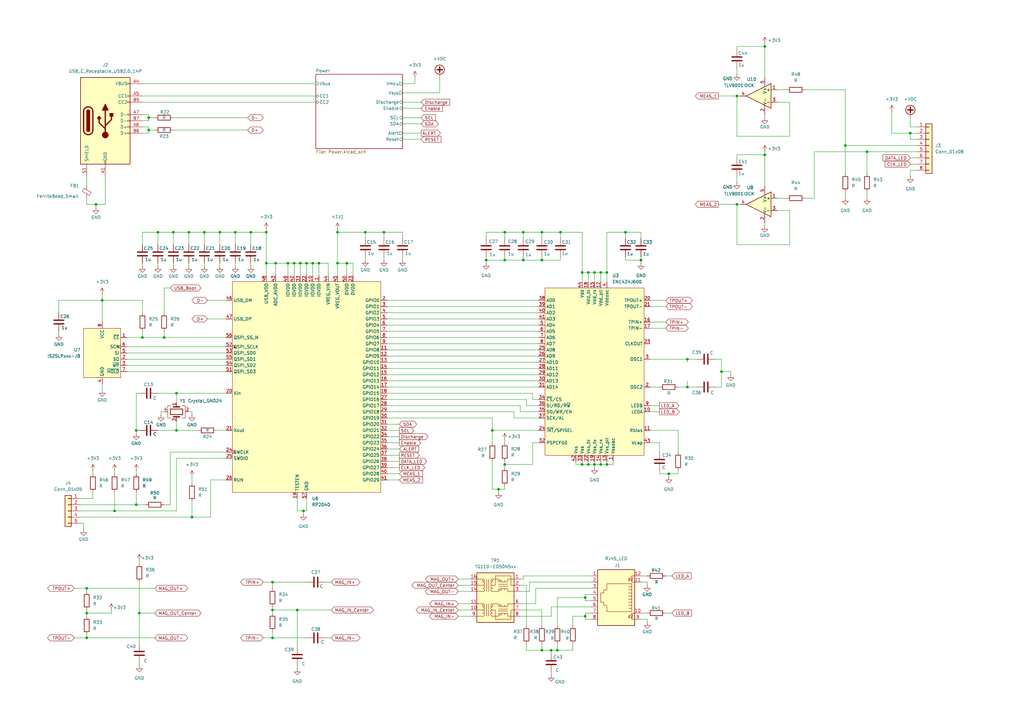
<source format=kicad_sch>
(kicad_sch
	(version 20231120)
	(generator "eeschema")
	(generator_version "8.0")
	(uuid "bccf2bd9-d6ed-4601-995b-34e70546d7b3")
	(paper "A3")
	
	(junction
		(at 238.76 190.5)
		(diameter 0)
		(color 0 0 0 0)
		(uuid "01761231-7733-4acd-be14-edc1f6582999")
	)
	(junction
		(at 248.92 190.5)
		(diameter 0)
		(color 0 0 0 0)
		(uuid "037ef728-b14f-4101-be27-e2e0eb0e020d")
	)
	(junction
		(at 281.94 147.32)
		(diameter 0)
		(color 0 0 0 0)
		(uuid "04a13790-544c-46f1-b3a7-b8d091cd9db6")
	)
	(junction
		(at 123.19 107.95)
		(diameter 0)
		(color 0 0 0 0)
		(uuid "0686391f-1e85-4b0c-bb2a-f948f0c8e8d7")
	)
	(junction
		(at 240.03 245.11)
		(diameter 0)
		(color 0 0 0 0)
		(uuid "0fb3ce2c-b87c-42ab-9e5f-280760c6856d")
	)
	(junction
		(at 111.76 250.19)
		(diameter 0)
		(color 0 0 0 0)
		(uuid "11f97a7a-7901-4945-89bf-74700d60ce63")
	)
	(junction
		(at 90.17 95.25)
		(diameter 0)
		(color 0 0 0 0)
		(uuid "129f5e34-d181-498d-bdad-30fa0308a0c4")
	)
	(junction
		(at 214.63 95.25)
		(diameter 0)
		(color 0 0 0 0)
		(uuid "13180e9e-7531-4571-8e24-b24bb443320a")
	)
	(junction
		(at 60.96 48.26)
		(diameter 0)
		(color 0 0 0 0)
		(uuid "142271cb-ba94-4c6c-87d0-e04a3a2dbe32")
	)
	(junction
		(at 346.71 59.69)
		(diameter 0)
		(color 0 0 0 0)
		(uuid "15f37e1c-520f-4cbc-bf8f-91775184de78")
	)
	(junction
		(at 111.76 238.76)
		(diameter 0)
		(color 0 0 0 0)
		(uuid "19d511a6-274e-4354-bc8e-5da392bfa535")
	)
	(junction
		(at 246.38 190.5)
		(diameter 0)
		(color 0 0 0 0)
		(uuid "1ad88e7e-f1dc-458a-957d-ed3f51566bd8")
	)
	(junction
		(at 121.92 250.19)
		(diameter 0)
		(color 0 0 0 0)
		(uuid "241ac2be-89aa-49e8-9976-e3bf9516d275")
	)
	(junction
		(at 55.88 176.53)
		(diameter 0)
		(color 0 0 0 0)
		(uuid "282a2ff3-3c47-42c0-a493-4ec551b02b5a")
	)
	(junction
		(at 256.54 95.25)
		(diameter 0)
		(color 0 0 0 0)
		(uuid "2a2bbd09-ce32-46ce-a1d8-3a33b10dc8ba")
	)
	(junction
		(at 138.43 107.95)
		(diameter 0)
		(color 0 0 0 0)
		(uuid "304694b4-1f51-4434-8848-55ffef42bf57")
	)
	(junction
		(at 302.26 83.82)
		(diameter 0)
		(color 0 0 0 0)
		(uuid "3122e1f0-2ca8-4885-a42b-eac472da6da0")
	)
	(junction
		(at 222.25 95.25)
		(diameter 0)
		(color 0 0 0 0)
		(uuid "31a3f32f-b037-4ce8-a133-2abd48e36b5e")
	)
	(junction
		(at 241.3 111.76)
		(diameter 0)
		(color 0 0 0 0)
		(uuid "338d1c9c-333c-4506-8ef9-2752a9733129")
	)
	(junction
		(at 113.03 107.95)
		(diameter 0)
		(color 0 0 0 0)
		(uuid "344f9197-0df8-41f2-bc9e-b61df0c6f941")
	)
	(junction
		(at 35.56 261.62)
		(diameter 0)
		(color 0 0 0 0)
		(uuid "350311f6-f9d5-4880-9919-f20b688f2f84")
	)
	(junction
		(at 243.84 190.5)
		(diameter 0)
		(color 0 0 0 0)
		(uuid "44f1ac6a-12b0-4322-9830-0d9a2d098f2b")
	)
	(junction
		(at 207.01 95.25)
		(diameter 0)
		(color 0 0 0 0)
		(uuid "4edd2b6d-0712-4547-aca6-db794f8e2973")
	)
	(junction
		(at 246.38 111.76)
		(diameter 0)
		(color 0 0 0 0)
		(uuid "52a42e5f-5a7b-49bf-aa12-1d7a5942bc7e")
	)
	(junction
		(at 226.06 266.7)
		(diameter 0)
		(color 0 0 0 0)
		(uuid "541c02c2-04ce-4a99-b31c-ac2ebb7b3555")
	)
	(junction
		(at 313.69 63.5)
		(diameter 0)
		(color 0 0 0 0)
		(uuid "5493711b-052c-419b-8ffa-ff1215380139")
	)
	(junction
		(at 201.93 176.53)
		(diameter 0)
		(color 0 0 0 0)
		(uuid "564ad582-a32c-4f01-aa7c-9bdb2b117178")
	)
	(junction
		(at 41.91 123.19)
		(diameter 0)
		(color 0 0 0 0)
		(uuid "591b7f61-19ea-4b88-a1e3-c6a875231a05")
	)
	(junction
		(at 228.6 266.7)
		(diameter 0)
		(color 0 0 0 0)
		(uuid "59c32b42-9247-44e2-86ee-0684d4b1eee9")
	)
	(junction
		(at 207.01 106.68)
		(diameter 0)
		(color 0 0 0 0)
		(uuid "5a0d6672-41a3-46d2-ac66-147c7e854b20")
	)
	(junction
		(at 72.39 176.53)
		(diameter 0)
		(color 0 0 0 0)
		(uuid "66b44c73-9725-4e51-a6b2-fe48fd12fafc")
	)
	(junction
		(at 128.27 107.95)
		(diameter 0)
		(color 0 0 0 0)
		(uuid "6b6048f7-5d96-4766-b339-810dc4ac175c")
	)
	(junction
		(at 46.99 209.55)
		(diameter 0)
		(color 0 0 0 0)
		(uuid "6c8f1b83-619b-454e-af92-85652c2e88e7")
	)
	(junction
		(at 64.77 95.25)
		(diameter 0)
		(color 0 0 0 0)
		(uuid "7342f519-bc73-4c0c-b761-1bea57f6ca52")
	)
	(junction
		(at 57.15 251.46)
		(diameter 0)
		(color 0 0 0 0)
		(uuid "75c6f5aa-d729-4b69-a79d-3a63182f807a")
	)
	(junction
		(at 58.42 138.43)
		(diameter 0)
		(color 0 0 0 0)
		(uuid "777d825a-aed8-4edf-b362-677ce34dc730")
	)
	(junction
		(at 295.91 152.4)
		(diameter 0)
		(color 0 0 0 0)
		(uuid "797d364b-ac09-4782-a47c-e66f7cae7dcb")
	)
	(junction
		(at 355.6 62.23)
		(diameter 0)
		(color 0 0 0 0)
		(uuid "7a55e67c-aa71-48d1-b55b-c886211952fb")
	)
	(junction
		(at 302.26 39.37)
		(diameter 0)
		(color 0 0 0 0)
		(uuid "7c9dbad6-5005-46f1-a0a5-fbf05acf960a")
	)
	(junction
		(at 118.11 107.95)
		(diameter 0)
		(color 0 0 0 0)
		(uuid "7e5dc368-0561-493f-bc78-91a664b217f1")
	)
	(junction
		(at 102.87 95.25)
		(diameter 0)
		(color 0 0 0 0)
		(uuid "8ae4e3d1-ed53-4705-8a51-70557635c7bb")
	)
	(junction
		(at 96.52 95.25)
		(diameter 0)
		(color 0 0 0 0)
		(uuid "8d0ca11a-57c0-4340-83f2-01b2e1ae829a")
	)
	(junction
		(at 60.96 53.34)
		(diameter 0)
		(color 0 0 0 0)
		(uuid "8d0feffb-b8bb-4635-bf1a-787c5b62eb21")
	)
	(junction
		(at 124.46 209.55)
		(diameter 0)
		(color 0 0 0 0)
		(uuid "9075ccb8-de9c-41f6-a327-d0165c4d5b47")
	)
	(junction
		(at 222.25 106.68)
		(diameter 0)
		(color 0 0 0 0)
		(uuid "923b1d8a-cec6-4621-bdce-9c159fe1dbbe")
	)
	(junction
		(at 274.32 194.31)
		(diameter 0)
		(color 0 0 0 0)
		(uuid "94a81fd9-4d38-4048-8635-099e780f0957")
	)
	(junction
		(at 83.82 95.25)
		(diameter 0)
		(color 0 0 0 0)
		(uuid "9645539c-ada2-41e0-8fc4-20b0e67c5707")
	)
	(junction
		(at 157.48 95.25)
		(diameter 0)
		(color 0 0 0 0)
		(uuid "96c8de52-1f1a-480d-b1b1-188f6cb09312")
	)
	(junction
		(at 55.88 207.01)
		(diameter 0)
		(color 0 0 0 0)
		(uuid "9c7debe8-cc8a-4746-a13f-e373aae58ff7")
	)
	(junction
		(at 35.56 241.3)
		(diameter 0)
		(color 0 0 0 0)
		(uuid "9d3216e3-db7e-4600-9eba-976945781be5")
	)
	(junction
		(at 142.24 107.95)
		(diameter 0)
		(color 0 0 0 0)
		(uuid "adaf02c9-28d3-4af2-8fe9-770b2e4e36fb")
	)
	(junction
		(at 35.56 251.46)
		(diameter 0)
		(color 0 0 0 0)
		(uuid "b1374209-f36c-430f-9cd7-8072dbb806d8")
	)
	(junction
		(at 243.84 111.76)
		(diameter 0)
		(color 0 0 0 0)
		(uuid "b447e521-678f-4250-b1ae-d00fc75fc12f")
	)
	(junction
		(at 238.76 111.76)
		(diameter 0)
		(color 0 0 0 0)
		(uuid "bad8903f-8621-4343-8129-2fd43bd3f13a")
	)
	(junction
		(at 120.65 107.95)
		(diameter 0)
		(color 0 0 0 0)
		(uuid "bdaf4623-76ac-4cf4-ac04-9b3e35e0d6f5")
	)
	(junction
		(at 71.12 95.25)
		(diameter 0)
		(color 0 0 0 0)
		(uuid "c3e432d7-922e-4cf3-a9e3-3e129722ef25")
	)
	(junction
		(at 262.89 106.68)
		(diameter 0)
		(color 0 0 0 0)
		(uuid "c471197b-3c4b-44fe-9151-5c41d8d0ea55")
	)
	(junction
		(at 72.39 161.29)
		(diameter 0)
		(color 0 0 0 0)
		(uuid "c49a7a6a-5408-4d72-aa30-b4b463b1fe0e")
	)
	(junction
		(at 222.25 266.7)
		(diameter 0)
		(color 0 0 0 0)
		(uuid "caa1b63d-4b67-42dd-8bb8-99add5ba7133")
	)
	(junction
		(at 373.38 54.61)
		(diameter 0)
		(color 0 0 0 0)
		(uuid "cb781064-0172-49dd-ba2b-14419c418f57")
	)
	(junction
		(at 281.94 158.75)
		(diameter 0)
		(color 0 0 0 0)
		(uuid "cbef8f1b-a158-4fc1-a296-e0ec9ced0f94")
	)
	(junction
		(at 199.39 106.68)
		(diameter 0)
		(color 0 0 0 0)
		(uuid "cedf3a9f-eff3-4353-ba99-fa34b3991cf8")
	)
	(junction
		(at 111.76 261.62)
		(diameter 0)
		(color 0 0 0 0)
		(uuid "d38c040f-fb1f-43b3-a8f3-46cd13830417")
	)
	(junction
		(at 313.69 19.05)
		(diameter 0)
		(color 0 0 0 0)
		(uuid "d4296c91-2344-4849-b885-fb2b68937165")
	)
	(junction
		(at 125.73 107.95)
		(diameter 0)
		(color 0 0 0 0)
		(uuid "deb55af1-efb4-400a-9d80-d89d78a0c4ab")
	)
	(junction
		(at 39.37 83.82)
		(diameter 0)
		(color 0 0 0 0)
		(uuid "e1d19d18-5950-43ba-be66-7fb05870dc82")
	)
	(junction
		(at 214.63 106.68)
		(diameter 0)
		(color 0 0 0 0)
		(uuid "e3b0e418-74d5-47a3-9fd0-4c6017c4892e")
	)
	(junction
		(at 207.01 190.5)
		(diameter 0)
		(color 0 0 0 0)
		(uuid "e439132f-822e-4eb7-ae9d-a0adffb383dd")
	)
	(junction
		(at 240.03 252.73)
		(diameter 0)
		(color 0 0 0 0)
		(uuid "e4572bf8-b49d-4c99-9865-27f38c3aabce")
	)
	(junction
		(at 241.3 190.5)
		(diameter 0)
		(color 0 0 0 0)
		(uuid "e87594e3-da8e-4ce2-a979-252f78ef2035")
	)
	(junction
		(at 248.92 111.76)
		(diameter 0)
		(color 0 0 0 0)
		(uuid "e90f2fca-cd82-42d2-8720-d879f832c226")
	)
	(junction
		(at 109.22 95.25)
		(diameter 0)
		(color 0 0 0 0)
		(uuid "ed80b158-27d3-4f37-b60d-41dad3ddde76")
	)
	(junction
		(at 229.87 95.25)
		(diameter 0)
		(color 0 0 0 0)
		(uuid "efce3c13-cbe8-43a2-80f2-dccab1275386")
	)
	(junction
		(at 204.47 200.66)
		(diameter 0)
		(color 0 0 0 0)
		(uuid "f107a8e5-1d1d-4675-9001-891dc93e9c7f")
	)
	(junction
		(at 78.74 212.09)
		(diameter 0)
		(color 0 0 0 0)
		(uuid "f14001b3-6b01-4c15-bcd3-eef145bd7eb0")
	)
	(junction
		(at 109.22 107.95)
		(diameter 0)
		(color 0 0 0 0)
		(uuid "f3b0959c-f658-4e04-be0c-3a8ec33ea2d8")
	)
	(junction
		(at 130.81 107.95)
		(diameter 0)
		(color 0 0 0 0)
		(uuid "f6e056eb-b352-44f0-83d2-3b637d6f6da1")
	)
	(junction
		(at 138.43 95.25)
		(diameter 0)
		(color 0 0 0 0)
		(uuid "fa0aac12-d04f-4651-af8d-5a151de23e77")
	)
	(junction
		(at 149.86 95.25)
		(diameter 0)
		(color 0 0 0 0)
		(uuid "fa23582e-0169-4eaa-937a-3fb03ef992fc")
	)
	(junction
		(at 77.47 95.25)
		(diameter 0)
		(color 0 0 0 0)
		(uuid "fb2d0561-55bd-4dee-a375-42a961df4c8e")
	)
	(junction
		(at 67.31 138.43)
		(diameter 0)
		(color 0 0 0 0)
		(uuid "fd14a814-81d8-421c-a403-948d2ddfebca")
	)
	(wire
		(pts
			(xy 240.03 252.73) (xy 234.95 252.73)
		)
		(stroke
			(width 0)
			(type default)
		)
		(uuid "014f094f-d3c1-4efd-9e23-da346ead4965")
	)
	(wire
		(pts
			(xy 213.36 237.49) (xy 214.63 237.49)
		)
		(stroke
			(width 0)
			(type default)
		)
		(uuid "03463ebd-3d73-41d0-8fc3-e0e8cd60aa3d")
	)
	(wire
		(pts
			(xy 222.25 250.19) (xy 222.25 256.54)
		)
		(stroke
			(width 0)
			(type default)
		)
		(uuid "040a9ba5-48d8-4ab5-ad19-000faca0ed9e")
	)
	(wire
		(pts
			(xy 248.92 95.25) (xy 256.54 95.25)
		)
		(stroke
			(width 0)
			(type default)
		)
		(uuid "0482daaa-2391-488e-91b2-d606ef38127c")
	)
	(wire
		(pts
			(xy 226.06 248.92) (xy 242.57 248.92)
		)
		(stroke
			(width 0)
			(type default)
		)
		(uuid "04bae29a-ed29-4d5b-a507-f3f900d3215e")
	)
	(wire
		(pts
			(xy 236.22 190.5) (xy 238.76 190.5)
		)
		(stroke
			(width 0)
			(type default)
		)
		(uuid "05a6ab74-0263-46f7-988e-d96810ee21ab")
	)
	(wire
		(pts
			(xy 71.12 48.26) (xy 101.6 48.26)
		)
		(stroke
			(width 0)
			(type default)
		)
		(uuid "06372671-3082-4167-8a11-06c7eee840dd")
	)
	(wire
		(pts
			(xy 83.82 95.25) (xy 90.17 95.25)
		)
		(stroke
			(width 0)
			(type default)
		)
		(uuid "06b75d8a-2be8-4a39-8343-4cb3820b6951")
	)
	(wire
		(pts
			(xy 33.02 214.63) (xy 34.29 214.63)
		)
		(stroke
			(width 0)
			(type default)
		)
		(uuid "07cca473-d8af-4b60-99d6-a1aa10e9fb25")
	)
	(wire
		(pts
			(xy 222.25 97.79) (xy 222.25 95.25)
		)
		(stroke
			(width 0)
			(type default)
		)
		(uuid "09f2796d-6c41-44d4-bed0-9794f410e9dd")
	)
	(wire
		(pts
			(xy 346.71 59.69) (xy 346.71 36.83)
		)
		(stroke
			(width 0)
			(type default)
		)
		(uuid "0a0ca8c1-a2f0-4cc9-ac7a-f73ee1314ed9")
	)
	(wire
		(pts
			(xy 118.11 107.95) (xy 118.11 113.03)
		)
		(stroke
			(width 0)
			(type default)
		)
		(uuid "0b81ed36-8af1-400e-a7f6-5323c170888b")
	)
	(wire
		(pts
			(xy 96.52 107.95) (xy 96.52 109.22)
		)
		(stroke
			(width 0)
			(type default)
		)
		(uuid "0bc3863a-b8d5-4464-858a-243782f1eedf")
	)
	(wire
		(pts
			(xy 144.78 113.03) (xy 144.78 107.95)
		)
		(stroke
			(width 0)
			(type default)
		)
		(uuid "0c5fcf01-0efb-4a82-ba1a-616e42803650")
	)
	(wire
		(pts
			(xy 157.48 95.25) (xy 165.1 95.25)
		)
		(stroke
			(width 0)
			(type default)
		)
		(uuid "0de164ab-c6d9-4a86-af9d-9aa45578c8f4")
	)
	(wire
		(pts
			(xy 270.51 194.31) (xy 274.32 194.31)
		)
		(stroke
			(width 0)
			(type default)
		)
		(uuid "0f0c2015-89f6-49eb-91af-1bbb8078ccdf")
	)
	(wire
		(pts
			(xy 241.3 189.23) (xy 241.3 190.5)
		)
		(stroke
			(width 0)
			(type default)
		)
		(uuid "0f5cbd39-58fc-436b-a7c8-8038c9756b95")
	)
	(wire
		(pts
			(xy 323.85 86.36) (xy 323.85 100.33)
		)
		(stroke
			(width 0)
			(type default)
		)
		(uuid "1028bd06-b239-42d6-bfda-24a938e9cda3")
	)
	(wire
		(pts
			(xy 262.89 95.25) (xy 262.89 97.79)
		)
		(stroke
			(width 0)
			(type default)
		)
		(uuid "10a1f313-bbff-4c9f-b4b4-e1ffcaa93113")
	)
	(wire
		(pts
			(xy 313.69 91.44) (xy 313.69 92.71)
		)
		(stroke
			(width 0)
			(type default)
		)
		(uuid "118e1a0f-b10e-4358-816c-4fb23155d17e")
	)
	(wire
		(pts
			(xy 238.76 111.76) (xy 238.76 95.25)
		)
		(stroke
			(width 0)
			(type default)
		)
		(uuid "1382333a-b0f9-4239-8f8d-fb3fe6709c83")
	)
	(wire
		(pts
			(xy 373.38 48.26) (xy 373.38 52.07)
		)
		(stroke
			(width 0)
			(type default)
		)
		(uuid "138a05b6-1af1-4402-bf11-f7477fb9fd98")
	)
	(wire
		(pts
			(xy 313.69 19.05) (xy 313.69 31.75)
		)
		(stroke
			(width 0)
			(type default)
		)
		(uuid "13a1c24c-dd32-4829-ad89-129c4e525ae5")
	)
	(wire
		(pts
			(xy 246.38 111.76) (xy 246.38 115.57)
		)
		(stroke
			(width 0)
			(type default)
		)
		(uuid "153ea4f3-ca22-45b2-a7d2-cf6f38c5b803")
	)
	(wire
		(pts
			(xy 58.42 34.29) (xy 129.54 34.29)
		)
		(stroke
			(width 0)
			(type default)
		)
		(uuid "165e6259-547b-41b7-88c7-f987d6fe89f8")
	)
	(wire
		(pts
			(xy 60.96 48.26) (xy 63.5 48.26)
		)
		(stroke
			(width 0)
			(type default)
		)
		(uuid "1737f7f2-9924-4d91-a95a-c0ac370384dd")
	)
	(wire
		(pts
			(xy 373.38 69.85) (xy 375.92 69.85)
		)
		(stroke
			(width 0)
			(type default)
		)
		(uuid "181bc3ea-820d-4724-b7b8-bfd498e99f0d")
	)
	(wire
		(pts
			(xy 55.88 201.93) (xy 55.88 207.01)
		)
		(stroke
			(width 0)
			(type default)
		)
		(uuid "1851ff5b-7413-4d68-8421-ff649553b8f2")
	)
	(wire
		(pts
			(xy 222.25 266.7) (xy 226.06 266.7)
		)
		(stroke
			(width 0)
			(type default)
		)
		(uuid "18822c2f-9fa9-4f74-892a-c48cc8a9d790")
	)
	(wire
		(pts
			(xy 157.48 95.25) (xy 157.48 97.79)
		)
		(stroke
			(width 0)
			(type default)
		)
		(uuid "1a4717f5-3f96-44ab-a33a-2b4e1d967988")
	)
	(wire
		(pts
			(xy 144.78 107.95) (xy 142.24 107.95)
		)
		(stroke
			(width 0)
			(type default)
		)
		(uuid "1bbae96c-f757-4c4c-b64c-3598fd64865e")
	)
	(wire
		(pts
			(xy 213.36 168.91) (xy 220.98 168.91)
		)
		(stroke
			(width 0)
			(type default)
		)
		(uuid "1caa50e3-94ce-4181-a5e0-73060de71af9")
	)
	(wire
		(pts
			(xy 92.71 196.85) (xy 86.36 196.85)
		)
		(stroke
			(width 0)
			(type default)
		)
		(uuid "1d4fd2e7-d637-408a-9630-226a2f92fa4f")
	)
	(wire
		(pts
			(xy 270.51 185.42) (xy 270.51 181.61)
		)
		(stroke
			(width 0)
			(type default)
		)
		(uuid "1de403cf-c6e1-4574-81fd-01725ae0a6a7")
	)
	(wire
		(pts
			(xy 228.6 245.11) (xy 240.03 245.11)
		)
		(stroke
			(width 0)
			(type default)
		)
		(uuid "1f405fcf-cef9-4d9d-b094-6ba3507668bb")
	)
	(wire
		(pts
			(xy 318.77 81.28) (xy 322.58 81.28)
		)
		(stroke
			(width 0)
			(type default)
		)
		(uuid "210a3167-06fe-41e9-be65-72bb7794b65b")
	)
	(wire
		(pts
			(xy 86.36 196.85) (xy 86.36 212.09)
		)
		(stroke
			(width 0)
			(type default)
		)
		(uuid "217bc30f-140f-404c-973d-9e9af98386df")
	)
	(wire
		(pts
			(xy 323.85 100.33) (xy 302.26 100.33)
		)
		(stroke
			(width 0)
			(type default)
		)
		(uuid "224dab5d-e0f1-48b5-9ab5-8c58a480a3ab")
	)
	(wire
		(pts
			(xy 39.37 83.82) (xy 43.18 83.82)
		)
		(stroke
			(width 0)
			(type default)
		)
		(uuid "229630b0-bc48-4cd8-9de8-5ca142fba92f")
	)
	(wire
		(pts
			(xy 58.42 100.33) (xy 58.42 95.25)
		)
		(stroke
			(width 0)
			(type default)
		)
		(uuid "242a2917-f216-4e67-9e2d-3288e8ccfaa8")
	)
	(wire
		(pts
			(xy 88.9 176.53) (xy 92.71 176.53)
		)
		(stroke
			(width 0)
			(type default)
		)
		(uuid "24a6c9eb-5560-42dc-8aa3-a8ec217baf6f")
	)
	(wire
		(pts
			(xy 158.75 163.83) (xy 215.9 163.83)
		)
		(stroke
			(width 0)
			(type default)
		)
		(uuid "24c00964-efc3-4328-afc2-7b8aa49e5205")
	)
	(wire
		(pts
			(xy 218.44 181.61) (xy 218.44 190.5)
		)
		(stroke
			(width 0)
			(type default)
		)
		(uuid "24fa48b3-2548-4238-97bb-845b5f2199c8")
	)
	(wire
		(pts
			(xy 60.96 53.34) (xy 60.96 54.61)
		)
		(stroke
			(width 0)
			(type default)
		)
		(uuid "25226a19-70a5-48a5-9c8c-46f8a9fbc9a8")
	)
	(wire
		(pts
			(xy 165.1 50.8) (xy 172.72 50.8)
		)
		(stroke
			(width 0)
			(type default)
		)
		(uuid "25720e49-e72c-4f8a-b95a-f556584374a0")
	)
	(wire
		(pts
			(xy 270.51 181.61) (xy 266.7 181.61)
		)
		(stroke
			(width 0)
			(type default)
		)
		(uuid "2611be70-17ef-4c86-afb3-1d1124cf197c")
	)
	(wire
		(pts
			(xy 281.94 147.32) (xy 281.94 148.59)
		)
		(stroke
			(width 0)
			(type default)
		)
		(uuid "2625483e-da47-4ef2-a960-1d0dc86a80aa")
	)
	(wire
		(pts
			(xy 58.42 95.25) (xy 64.77 95.25)
		)
		(stroke
			(width 0)
			(type default)
		)
		(uuid "266399f5-ebb5-4ef6-93d3-00e410eb0b57")
	)
	(wire
		(pts
			(xy 240.03 243.84) (xy 240.03 245.11)
		)
		(stroke
			(width 0)
			(type default)
		)
		(uuid "26ee0434-e3a3-4de7-903f-62e4aa458db8")
	)
	(wire
		(pts
			(xy 243.84 111.76) (xy 246.38 111.76)
		)
		(stroke
			(width 0)
			(type default)
		)
		(uuid "277259ee-cd2e-4963-b2f3-1ea7818f1a91")
	)
	(wire
		(pts
			(xy 24.13 123.19) (xy 41.91 123.19)
		)
		(stroke
			(width 0)
			(type default)
		)
		(uuid "2828603a-c2cb-4df0-a304-61a882260517")
	)
	(wire
		(pts
			(xy 165.1 38.1) (xy 180.34 38.1)
		)
		(stroke
			(width 0)
			(type default)
		)
		(uuid "2900c10a-0ae5-448f-9dba-f75406e41f39")
	)
	(wire
		(pts
			(xy 107.95 261.62) (xy 111.76 261.62)
		)
		(stroke
			(width 0)
			(type default)
		)
		(uuid "295ee14b-4dc9-40b9-a4ea-bd0f336a90cf")
	)
	(wire
		(pts
			(xy 228.6 264.16) (xy 228.6 266.7)
		)
		(stroke
			(width 0)
			(type default)
		)
		(uuid "2a63fc52-8b8b-4c10-9218-afa8cb767ebf")
	)
	(wire
		(pts
			(xy 58.42 107.95) (xy 58.42 109.22)
		)
		(stroke
			(width 0)
			(type default)
		)
		(uuid "2b129caa-0e27-41f5-8808-eb017accf79d")
	)
	(wire
		(pts
			(xy 228.6 266.7) (xy 234.95 266.7)
		)
		(stroke
			(width 0)
			(type default)
		)
		(uuid "2bc52e20-95de-4e86-b4ac-7831eeaebea4")
	)
	(wire
		(pts
			(xy 170.18 34.29) (xy 170.18 31.75)
		)
		(stroke
			(width 0)
			(type default)
		)
		(uuid "2c9076a1-6390-47ac-a264-a8772023eceb")
	)
	(wire
		(pts
			(xy 201.93 171.45) (xy 201.93 176.53)
		)
		(stroke
			(width 0)
			(type default)
		)
		(uuid "2ebbdfcb-d8ab-4948-84ed-8691af021383")
	)
	(wire
		(pts
			(xy 210.82 171.45) (xy 220.98 171.45)
		)
		(stroke
			(width 0)
			(type default)
		)
		(uuid "2f1cf76a-8bf6-4242-ba8e-df828342aa24")
	)
	(wire
		(pts
			(xy 373.38 64.77) (xy 375.92 64.77)
		)
		(stroke
			(width 0)
			(type default)
		)
		(uuid "2f35bff0-a184-4f53-9deb-f5e5302e5545")
	)
	(wire
		(pts
			(xy 35.56 261.62) (xy 35.56 260.35)
		)
		(stroke
			(width 0)
			(type default)
		)
		(uuid "2f5274d9-5bf3-43ee-9f95-e0fb7d50dd4a")
	)
	(wire
		(pts
			(xy 158.75 148.59) (xy 220.98 148.59)
		)
		(stroke
			(width 0)
			(type default)
		)
		(uuid "2f7e8a4d-3a8c-4060-a10b-84bdeb01862c")
	)
	(wire
		(pts
			(xy 302.26 55.88) (xy 302.26 39.37)
		)
		(stroke
			(width 0)
			(type default)
		)
		(uuid "300040c5-b02d-4a9e-b4de-380e04d22f6d")
	)
	(wire
		(pts
			(xy 165.1 41.91) (xy 172.72 41.91)
		)
		(stroke
			(width 0)
			(type default)
		)
		(uuid "30171629-51d7-4093-9369-ea69347024f1")
	)
	(wire
		(pts
			(xy 199.39 106.68) (xy 199.39 107.95)
		)
		(stroke
			(width 0)
			(type default)
		)
		(uuid "30564058-6f8e-4ac0-93df-2b1de63c24c9")
	)
	(wire
		(pts
			(xy 207.01 95.25) (xy 214.63 95.25)
		)
		(stroke
			(width 0)
			(type default)
		)
		(uuid "30922306-0d90-4782-bc69-b07cabfdf971")
	)
	(wire
		(pts
			(xy 302.26 83.82) (xy 303.53 83.82)
		)
		(stroke
			(width 0)
			(type default)
		)
		(uuid "30da1529-468b-4625-8a5b-5ea6fe3b7ea4")
	)
	(wire
		(pts
			(xy 55.88 207.01) (xy 59.69 207.01)
		)
		(stroke
			(width 0)
			(type default)
		)
		(uuid "30dc0f44-9e94-4c24-9a1f-3a880fe17bbc")
	)
	(wire
		(pts
			(xy 302.26 20.32) (xy 302.26 19.05)
		)
		(stroke
			(width 0)
			(type default)
		)
		(uuid "3127f9ad-fa7d-4ee2-84b1-0738e1b08bb6")
	)
	(wire
		(pts
			(xy 41.91 120.65) (xy 41.91 123.19)
		)
		(stroke
			(width 0)
			(type default)
		)
		(uuid "314dd6e0-bf7e-4ea7-a105-2a4b6816ea62")
	)
	(wire
		(pts
			(xy 128.27 107.95) (xy 128.27 113.03)
		)
		(stroke
			(width 0)
			(type default)
		)
		(uuid "31acaac6-6ed4-4008-9b99-c91eea75f46c")
	)
	(wire
		(pts
			(xy 41.91 157.48) (xy 41.91 160.02)
		)
		(stroke
			(width 0)
			(type default)
		)
		(uuid "31f7724a-a54c-4965-af9a-42e7125ef53e")
	)
	(wire
		(pts
			(xy 242.57 251.46) (xy 240.03 251.46)
		)
		(stroke
			(width 0)
			(type default)
		)
		(uuid "321e73af-cd7d-4872-bf97-d9c34ec9c135")
	)
	(wire
		(pts
			(xy 83.82 107.95) (xy 83.82 109.22)
		)
		(stroke
			(width 0)
			(type default)
		)
		(uuid "325cbcb7-cf4d-4282-9a06-ba059450b9b7")
	)
	(wire
		(pts
			(xy 72.39 209.55) (xy 72.39 187.96)
		)
		(stroke
			(width 0)
			(type default)
		)
		(uuid "329fca43-0f92-4664-a30b-aa587e17b833")
	)
	(wire
		(pts
			(xy 365.76 54.61) (xy 373.38 54.61)
		)
		(stroke
			(width 0)
			(type default)
		)
		(uuid "32f8548d-fe91-4953-a437-d5b06f863219")
	)
	(wire
		(pts
			(xy 248.92 111.76) (xy 248.92 115.57)
		)
		(stroke
			(width 0)
			(type default)
		)
		(uuid "3305d7d4-d838-4260-bce2-517f21d6643a")
	)
	(wire
		(pts
			(xy 64.77 107.95) (xy 64.77 109.22)
		)
		(stroke
			(width 0)
			(type default)
		)
		(uuid "3522f028-b114-4c31-801c-b50dc3a1b116")
	)
	(wire
		(pts
			(xy 218.44 190.5) (xy 207.01 190.5)
		)
		(stroke
			(width 0)
			(type default)
		)
		(uuid "352f539a-39ed-4dae-aa8d-e336c39353e7")
	)
	(wire
		(pts
			(xy 293.37 147.32) (xy 295.91 147.32)
		)
		(stroke
			(width 0)
			(type default)
		)
		(uuid "35c57b2a-465c-4fcd-83b8-9f2413c5ff4f")
	)
	(wire
		(pts
			(xy 355.6 62.23) (xy 375.92 62.23)
		)
		(stroke
			(width 0)
			(type default)
		)
		(uuid "37385358-f569-4fed-8488-cf3103fbf4c7")
	)
	(wire
		(pts
			(xy 294.64 39.37) (xy 302.26 39.37)
		)
		(stroke
			(width 0)
			(type default)
		)
		(uuid "380c3d87-b1a0-4df1-a79c-1a18b37f01bf")
	)
	(wire
		(pts
			(xy 222.25 264.16) (xy 222.25 266.7)
		)
		(stroke
			(width 0)
			(type default)
		)
		(uuid "3817e168-488c-409e-ab87-09c0152bffb8")
	)
	(wire
		(pts
			(xy 158.75 161.29) (xy 218.44 161.29)
		)
		(stroke
			(width 0)
			(type default)
		)
		(uuid "38788a3b-b6ac-4818-968f-8fde250655b2")
	)
	(wire
		(pts
			(xy 355.6 71.12) (xy 355.6 62.23)
		)
		(stroke
			(width 0)
			(type default)
		)
		(uuid "38adf442-2b12-42e9-9a8a-45ee421d8629")
	)
	(wire
		(pts
			(xy 318.77 36.83) (xy 322.58 36.83)
		)
		(stroke
			(width 0)
			(type default)
		)
		(uuid "38ddf10e-eb6d-4096-b925-d47824417e7e")
	)
	(wire
		(pts
			(xy 38.1 204.47) (xy 38.1 201.93)
		)
		(stroke
			(width 0)
			(type default)
		)
		(uuid "399a8829-3140-47a2-ba4a-ec5877780634")
	)
	(wire
		(pts
			(xy 133.35 238.76) (xy 135.89 238.76)
		)
		(stroke
			(width 0)
			(type default)
		)
		(uuid "3ae35814-f1d2-4b13-a111-797a0fdcc6ce")
	)
	(wire
		(pts
			(xy 67.31 207.01) (xy 69.85 207.01)
		)
		(stroke
			(width 0)
			(type default)
		)
		(uuid "3b289fe9-26c1-44ae-856d-2177e54e958e")
	)
	(wire
		(pts
			(xy 52.07 149.86) (xy 92.71 149.86)
		)
		(stroke
			(width 0)
			(type default)
		)
		(uuid "3c238709-88d3-4d08-92ff-5251034108ca")
	)
	(wire
		(pts
			(xy 214.63 237.49) (xy 214.63 236.22)
		)
		(stroke
			(width 0)
			(type default)
		)
		(uuid "3ca8d2d2-4542-4505-bb8f-222a88f6351e")
	)
	(wire
		(pts
			(xy 214.63 106.68) (xy 222.25 106.68)
		)
		(stroke
			(width 0)
			(type default)
		)
		(uuid "3d655155-b07c-4254-87a4-df459fcbbdfe")
	)
	(wire
		(pts
			(xy 215.9 166.37) (xy 220.98 166.37)
		)
		(stroke
			(width 0)
			(type default)
		)
		(uuid "3d722cfc-64bc-4d38-9b1a-e4d6e39eeb26")
	)
	(wire
		(pts
			(xy 248.92 190.5) (xy 251.46 190.5)
		)
		(stroke
			(width 0)
			(type default)
		)
		(uuid "3ddb0d1a-bb21-4bb4-bbf2-cdd329f5079f")
	)
	(wire
		(pts
			(xy 128.27 107.95) (xy 125.73 107.95)
		)
		(stroke
			(width 0)
			(type default)
		)
		(uuid "3e35f25a-ae58-4fb8-affe-0897d74b827c")
	)
	(wire
		(pts
			(xy 266.7 168.91) (xy 270.51 168.91)
		)
		(stroke
			(width 0)
			(type default)
		)
		(uuid "3f45f7fa-b473-49f8-91c1-7e286dd578d4")
	)
	(wire
		(pts
			(xy 266.7 147.32) (xy 281.94 147.32)
		)
		(stroke
			(width 0)
			(type default)
		)
		(uuid "3fac6e88-a7b1-4a25-a933-499f1c2a45f4")
	)
	(wire
		(pts
			(xy 111.76 250.19) (xy 111.76 251.46)
		)
		(stroke
			(width 0)
			(type default)
		)
		(uuid "3fcab95f-e812-405b-81c1-85200fe12dbc")
	)
	(wire
		(pts
			(xy 57.15 238.76) (xy 57.15 251.46)
		)
		(stroke
			(width 0)
			(type default)
		)
		(uuid "3fd6c2c5-0954-4fb0-835b-f992a30d9617")
	)
	(wire
		(pts
			(xy 242.57 243.84) (xy 240.03 243.84)
		)
		(stroke
			(width 0)
			(type default)
		)
		(uuid "40656e0b-3f34-459d-9e19-d6ec8b160a6f")
	)
	(wire
		(pts
			(xy 165.1 95.25) (xy 165.1 97.79)
		)
		(stroke
			(width 0)
			(type default)
		)
		(uuid "407d1623-25e0-4d93-9282-9061bc38c006")
	)
	(wire
		(pts
			(xy 165.1 34.29) (xy 170.18 34.29)
		)
		(stroke
			(width 0)
			(type default)
		)
		(uuid "43e0727a-75bf-4df6-b49e-85e557296400")
	)
	(wire
		(pts
			(xy 111.76 261.62) (xy 125.73 261.62)
		)
		(stroke
			(width 0)
			(type default)
		)
		(uuid "43e0b3c5-a261-4618-b4f2-c2aff00a78dc")
	)
	(wire
		(pts
			(xy 77.47 107.95) (xy 77.47 109.22)
		)
		(stroke
			(width 0)
			(type default)
		)
		(uuid "44345224-70be-4817-bb00-c31f0b589dc6")
	)
	(wire
		(pts
			(xy 72.39 165.1) (xy 72.39 161.29)
		)
		(stroke
			(width 0)
			(type default)
		)
		(uuid "45d4d87a-3beb-48ae-8c00-f33f3d0b5821")
	)
	(wire
		(pts
			(xy 85.09 123.19) (xy 92.71 123.19)
		)
		(stroke
			(width 0)
			(type default)
		)
		(uuid "462c8a88-9f42-4c0a-9752-1b7214884f10")
	)
	(wire
		(pts
			(xy 158.75 146.05) (xy 220.98 146.05)
		)
		(stroke
			(width 0)
			(type default)
		)
		(uuid "469494f4-6eed-4b2b-9569-d0a3be155577")
	)
	(wire
		(pts
			(xy 57.15 271.78) (xy 57.15 273.05)
		)
		(stroke
			(width 0)
			(type default)
		)
		(uuid "46a3893c-f740-4f42-a688-3bcc734ce1e0")
	)
	(wire
		(pts
			(xy 113.03 107.95) (xy 113.03 113.03)
		)
		(stroke
			(width 0)
			(type default)
		)
		(uuid "46bc8d62-7217-47f4-9fde-70d7041f6d9d")
	)
	(wire
		(pts
			(xy 85.09 130.81) (xy 92.71 130.81)
		)
		(stroke
			(width 0)
			(type default)
		)
		(uuid "47cae6ce-7b2d-4945-af96-408e341874e5")
	)
	(wire
		(pts
			(xy 158.75 128.27) (xy 220.98 128.27)
		)
		(stroke
			(width 0)
			(type default)
		)
		(uuid "47f7a4ec-65c8-4654-bb83-5ae4702c325a")
	)
	(wire
		(pts
			(xy 266.7 134.62) (xy 273.05 134.62)
		)
		(stroke
			(width 0)
			(type default)
		)
		(uuid "488ef267-bc1c-4f2f-bed3-a0ba6cf891cb")
	)
	(wire
		(pts
			(xy 302.26 39.37) (xy 303.53 39.37)
		)
		(stroke
			(width 0)
			(type default)
		)
		(uuid "48970402-795a-433e-ae71-1345e517c0f0")
	)
	(wire
		(pts
			(xy 142.24 113.03) (xy 142.24 107.95)
		)
		(stroke
			(width 0)
			(type default)
		)
		(uuid "49854f48-8f16-4f5c-bcf7-c47793d3e5d8")
	)
	(wire
		(pts
			(xy 262.89 106.68) (xy 262.89 107.95)
		)
		(stroke
			(width 0)
			(type default)
		)
		(uuid "49ae5e53-466b-4eeb-85c9-658cd239e4a5")
	)
	(wire
		(pts
			(xy 121.92 209.55) (xy 124.46 209.55)
		)
		(stroke
			(width 0)
			(type default)
		)
		(uuid "4c180530-bc94-4890-9f9a-a34e08f1fa44")
	)
	(wire
		(pts
			(xy 207.01 106.68) (xy 214.63 106.68)
		)
		(stroke
			(width 0)
			(type default)
		)
		(uuid "4c2d0dd3-8476-4f0e-a438-0445c55f7eb4")
	)
	(wire
		(pts
			(xy 238.76 111.76) (xy 241.3 111.76)
		)
		(stroke
			(width 0)
			(type default)
		)
		(uuid "4d6149e1-4772-4f40-a02b-36853600b07e")
	)
	(wire
		(pts
			(xy 302.26 100.33) (xy 302.26 83.82)
		)
		(stroke
			(width 0)
			(type default)
		)
		(uuid "4d69562b-7078-483e-b7b6-010ff9cd3fde")
	)
	(wire
		(pts
			(xy 57.15 161.29) (xy 55.88 161.29)
		)
		(stroke
			(width 0)
			(type default)
		)
		(uuid "4dded9a6-8043-44fd-bfe8-7e18955ea292")
	)
	(wire
		(pts
			(xy 57.15 251.46) (xy 63.5 251.46)
		)
		(stroke
			(width 0)
			(type default)
		)
		(uuid "4e4f7fc1-3e8d-497e-afcf-36a0c780ad0e")
	)
	(wire
		(pts
			(xy 60.96 54.61) (xy 58.42 54.61)
		)
		(stroke
			(width 0)
			(type default)
		)
		(uuid "4e632514-4315-4c3b-a98c-c81466d3c230")
	)
	(wire
		(pts
			(xy 295.91 158.75) (xy 293.37 158.75)
		)
		(stroke
			(width 0)
			(type default)
		)
		(uuid "4f2e984d-429a-4953-a1a3-eedbe0c1d7e4")
	)
	(wire
		(pts
			(xy 266.7 132.08) (xy 273.05 132.08)
		)
		(stroke
			(width 0)
			(type default)
		)
		(uuid "500024c2-7084-4c0f-9b2d-6da6ae39c484")
	)
	(wire
		(pts
			(xy 142.24 107.95) (xy 138.43 107.95)
		)
		(stroke
			(width 0)
			(type default)
		)
		(uuid "502a72bf-c7c1-4b3e-b29d-4f01641c856f")
	)
	(wire
		(pts
			(xy 234.95 266.7) (xy 234.95 264.16)
		)
		(stroke
			(width 0)
			(type default)
		)
		(uuid "5522de92-051a-433e-8880-59f83e2cd453")
	)
	(wire
		(pts
			(xy 246.38 190.5) (xy 248.92 190.5)
		)
		(stroke
			(width 0)
			(type default)
		)
		(uuid "56186c4f-0921-4270-9081-d52d139ca2de")
	)
	(wire
		(pts
			(xy 41.91 123.19) (xy 41.91 132.08)
		)
		(stroke
			(width 0)
			(type default)
		)
		(uuid "56c86a5c-775e-4aa2-b205-ae6af079e296")
	)
	(wire
		(pts
			(xy 187.96 247.65) (xy 193.04 247.65)
		)
		(stroke
			(width 0)
			(type default)
		)
		(uuid "56deaf96-a949-4aa8-b7ff-082deb18ee52")
	)
	(wire
		(pts
			(xy 313.69 46.99) (xy 313.69 48.26)
		)
		(stroke
			(width 0)
			(type default)
		)
		(uuid "571358e8-8d8e-4b39-92b9-82a768d5ecd2")
	)
	(wire
		(pts
			(xy 313.69 62.23) (xy 313.69 63.5)
		)
		(stroke
			(width 0)
			(type default)
		)
		(uuid "58702668-c2fd-4df4-8208-d05b7e33540d")
	)
	(wire
		(pts
			(xy 213.36 252.73) (xy 226.06 252.73)
		)
		(stroke
			(width 0)
			(type default)
		)
		(uuid "58846f59-e9f6-4173-be75-499e2279f570")
	)
	(wire
		(pts
			(xy 55.88 176.53) (xy 57.15 176.53)
		)
		(stroke
			(width 0)
			(type default)
		)
		(uuid "58ae8c8b-5f59-439c-9d5b-f177bc102303")
	)
	(wire
		(pts
			(xy 158.75 179.07) (xy 163.83 179.07)
		)
		(stroke
			(width 0)
			(type default)
		)
		(uuid "59969de1-27f8-4444-a03a-e0ab9b033f18")
	)
	(wire
		(pts
			(xy 215.9 266.7) (xy 222.25 266.7)
		)
		(stroke
			(width 0)
			(type default)
		)
		(uuid "59e9a722-32f2-44d5-94ea-3a949d9f03e7")
	)
	(wire
		(pts
			(xy 274.32 194.31) (xy 274.32 195.58)
		)
		(stroke
			(width 0)
			(type default)
		)
		(uuid "5aa82763-e492-409c-b005-adb81cc39d1f")
	)
	(wire
		(pts
			(xy 30.48 241.3) (xy 35.56 241.3)
		)
		(stroke
			(width 0)
			(type default)
		)
		(uuid "5abcd427-6654-4acb-ae11-0103c254ba89")
	)
	(wire
		(pts
			(xy 125.73 204.47) (xy 125.73 209.55)
		)
		(stroke
			(width 0)
			(type default)
		)
		(uuid "5bcf559f-67cb-414a-bcaf-864c6375dc96")
	)
	(wire
		(pts
			(xy 323.85 55.88) (xy 302.26 55.88)
		)
		(stroke
			(width 0)
			(type default)
		)
		(uuid "5c16e8b2-2d88-41bd-b037-504abcf43ecb")
	)
	(wire
		(pts
			(xy 72.39 172.72) (xy 72.39 176.53)
		)
		(stroke
			(width 0)
			(type default)
		)
		(uuid "5ca316a3-7584-43e2-86b1-5579eda408b7")
	)
	(wire
		(pts
			(xy 256.54 106.68) (xy 262.89 106.68)
		)
		(stroke
			(width 0)
			(type default)
		)
		(uuid "5d55694d-d826-4173-9040-6a3085b7af0a")
	)
	(wire
		(pts
			(xy 55.88 161.29) (xy 55.88 176.53)
		)
		(stroke
			(width 0)
			(type default)
		)
		(uuid "5da9c834-619f-47f7-be07-427623ddc427")
	)
	(wire
		(pts
			(xy 334.01 62.23) (xy 334.01 81.28)
		)
		(stroke
			(width 0)
			(type default)
		)
		(uuid "5dd21287-1cdb-4b95-b144-6e44d103425c")
	)
	(wire
		(pts
			(xy 109.22 95.25) (xy 109.22 107.95)
		)
		(stroke
			(width 0)
			(type default)
		)
		(uuid "5ef12a4e-fd34-4116-98af-f40321cbce19")
	)
	(wire
		(pts
			(xy 58.42 123.19) (xy 58.42 128.27)
		)
		(stroke
			(width 0)
			(type default)
		)
		(uuid "5f95f800-8993-42cc-9336-46409e42c20d")
	)
	(wire
		(pts
			(xy 71.12 107.95) (xy 71.12 109.22)
		)
		(stroke
			(width 0)
			(type default)
		)
		(uuid "5fa0e293-e754-4f73-ab0c-e6e9511b27c9")
	)
	(wire
		(pts
			(xy 52.07 144.78) (xy 92.71 144.78)
		)
		(stroke
			(width 0)
			(type default)
		)
		(uuid "5fa2044b-ea10-4724-8519-0a81a02686fb")
	)
	(wire
		(pts
			(xy 138.43 113.03) (xy 138.43 107.95)
		)
		(stroke
			(width 0)
			(type default)
		)
		(uuid "6048acdf-a7b0-4484-9d9e-a6c26ea3960f")
	)
	(wire
		(pts
			(xy 302.26 72.39) (xy 302.26 74.93)
		)
		(stroke
			(width 0)
			(type default)
		)
		(uuid "61a14a9f-8905-4db7-9a18-3773df6f9481")
	)
	(wire
		(pts
			(xy 165.1 57.15) (xy 172.72 57.15)
		)
		(stroke
			(width 0)
			(type default)
		)
		(uuid "63836039-67f2-4feb-9ddf-29c54dba9fcc")
	)
	(wire
		(pts
			(xy 318.77 86.36) (xy 323.85 86.36)
		)
		(stroke
			(width 0)
			(type default)
		)
		(uuid "658498d8-7309-4738-a924-2c98e568e84a")
	)
	(wire
		(pts
			(xy 67.31 138.43) (xy 92.71 138.43)
		)
		(stroke
			(width 0)
			(type default)
		)
		(uuid "667c111c-8f8e-4b36-8e6d-ad1b87197ade")
	)
	(wire
		(pts
			(xy 109.22 93.98) (xy 109.22 95.25)
		)
		(stroke
			(width 0)
			(type default)
		)
		(uuid "669c2590-2b70-4a85-8acb-b80e95650083")
	)
	(wire
		(pts
			(xy 218.44 163.83) (xy 220.98 163.83)
		)
		(stroke
			(width 0)
			(type default)
		)
		(uuid "66c26099-5f22-4569-a9be-fd4c5cc1502f")
	)
	(wire
		(pts
			(xy 294.64 83.82) (xy 302.26 83.82)
		)
		(stroke
			(width 0)
			(type default)
		)
		(uuid "66f81acf-a9f2-4824-b56d-bb0f43f961e1")
	)
	(wire
		(pts
			(xy 187.96 250.19) (xy 193.04 250.19)
		)
		(stroke
			(width 0)
			(type default)
		)
		(uuid "6835f2d7-6b73-4c15-9d61-208b700b4893")
	)
	(wire
		(pts
			(xy 226.06 252.73) (xy 226.06 248.92)
		)
		(stroke
			(width 0)
			(type default)
		)
		(uuid "688abd8b-1167-4b60-b852-6906c024bd4a")
	)
	(wire
		(pts
			(xy 165.1 44.45) (xy 172.72 44.45)
		)
		(stroke
			(width 0)
			(type default)
		)
		(uuid "699ba07e-d88e-4edc-b062-6340678a89d0")
	)
	(wire
		(pts
			(xy 123.19 107.95) (xy 123.19 113.03)
		)
		(stroke
			(width 0)
			(type default)
		)
		(uuid "6a09097a-9172-47e6-880b-ec3271b76ad9")
	)
	(wire
		(pts
			(xy 111.76 238.76) (xy 125.73 238.76)
		)
		(stroke
			(width 0)
			(type default)
		)
		(uuid "6a158542-e049-4c52-8601-e3bd85d297d6")
	)
	(wire
		(pts
			(xy 299.72 152.4) (xy 299.72 153.67)
		)
		(stroke
			(width 0)
			(type default)
		)
		(uuid "6ad99489-29bd-4040-a18f-3a8538f4ce9d")
	)
	(wire
		(pts
			(xy 278.13 176.53) (xy 278.13 185.42)
		)
		(stroke
			(width 0)
			(type default)
		)
		(uuid "6bd7bb7c-5562-4f3f-89bd-3de4bddfbb17")
	)
	(wire
		(pts
			(xy 138.43 93.98) (xy 138.43 95.25)
		)
		(stroke
			(width 0)
			(type default)
		)
		(uuid "6c29cee7-8fc5-4f1c-ae71-667007576a99")
	)
	(wire
		(pts
			(xy 295.91 152.4) (xy 299.72 152.4)
		)
		(stroke
			(width 0)
			(type default)
		)
		(uuid "6d2cd38e-3cc9-415d-9b1c-ffd5683b0702")
	)
	(wire
		(pts
			(xy 158.75 186.69) (xy 163.83 186.69)
		)
		(stroke
			(width 0)
			(type default)
		)
		(uuid "6f31618a-2631-4b0a-8225-d57fa0fa1484")
	)
	(wire
		(pts
			(xy 102.87 107.95) (xy 102.87 109.22)
		)
		(stroke
			(width 0)
			(type default)
		)
		(uuid "6f451e71-579d-44fb-8a6c-ec8290c451dd")
	)
	(wire
		(pts
			(xy 241.3 111.76) (xy 241.3 115.57)
		)
		(stroke
			(width 0)
			(type default)
		)
		(uuid "6f901463-e638-4be7-8cdb-2c29d451d376")
	)
	(wire
		(pts
			(xy 373.38 67.31) (xy 375.92 67.31)
		)
		(stroke
			(width 0)
			(type default)
		)
		(uuid "6f90ac8a-b5e9-4c3d-9f64-217c5f3d5e7b")
	)
	(wire
		(pts
			(xy 313.69 17.78) (xy 313.69 19.05)
		)
		(stroke
			(width 0)
			(type default)
		)
		(uuid "7027fcd7-9132-4858-83a9-8cc5836d91de")
	)
	(wire
		(pts
			(xy 281.94 147.32) (xy 285.75 147.32)
		)
		(stroke
			(width 0)
			(type default)
		)
		(uuid "70af4ac8-6875-487a-8644-96f16a68a874")
	)
	(wire
		(pts
			(xy 78.74 212.09) (xy 78.74 205.74)
		)
		(stroke
			(width 0)
			(type default)
		)
		(uuid "70c68c55-46d2-4428-ae75-d0f51b0cc0c0")
	)
	(wire
		(pts
			(xy 35.56 251.46) (xy 35.56 252.73)
		)
		(stroke
			(width 0)
			(type default)
		)
		(uuid "715a0e35-45d8-472c-8d9b-885242b18272")
	)
	(wire
		(pts
			(xy 213.36 247.65) (xy 219.71 247.65)
		)
		(stroke
			(width 0)
			(type default)
		)
		(uuid "71cfe0dd-8877-4a49-aabe-070cd74c6394")
	)
	(wire
		(pts
			(xy 77.47 168.91) (xy 78.74 168.91)
		)
		(stroke
			(width 0)
			(type default)
		)
		(uuid "72376858-3f12-4a89-8ccb-58eeb7582771")
	)
	(wire
		(pts
			(xy 217.17 242.57) (xy 217.17 238.76)
		)
		(stroke
			(width 0)
			(type default)
		)
		(uuid "72ad842b-cab1-4c76-be5e-9a5632b9a7f2")
	)
	(wire
		(pts
			(xy 226.06 266.7) (xy 226.06 267.97)
		)
		(stroke
			(width 0)
			(type default)
		)
		(uuid "76151990-81e6-436c-9277-b82783d1c9db")
	)
	(wire
		(pts
			(xy 90.17 95.25) (xy 96.52 95.25)
		)
		(stroke
			(width 0)
			(type default)
		)
		(uuid "76b76a49-0e5c-4a25-95d1-136cab29e095")
	)
	(wire
		(pts
			(xy 158.75 133.35) (xy 220.98 133.35)
		)
		(stroke
			(width 0)
			(type default)
		)
		(uuid "776e6fd8-3105-4064-b94d-385c8953dd47")
	)
	(wire
		(pts
			(xy 213.36 242.57) (xy 217.17 242.57)
		)
		(stroke
			(width 0)
			(type default)
		)
		(uuid "77b01764-8181-4de5-b6cb-b43e803bf0f0")
	)
	(wire
		(pts
			(xy 215.9 264.16) (xy 215.9 266.7)
		)
		(stroke
			(width 0)
			(type default)
		)
		(uuid "77b05cf9-f02b-4e44-b4f8-ea701f1b4498")
	)
	(wire
		(pts
			(xy 238.76 115.57) (xy 238.76 111.76)
		)
		(stroke
			(width 0)
			(type default)
		)
		(uuid "78e9f1eb-741b-466d-a536-4387ba9eab10")
	)
	(wire
		(pts
			(xy 251.46 190.5) (xy 251.46 189.23)
		)
		(stroke
			(width 0)
			(type default)
		)
		(uuid "7a444949-b6d9-468d-91fc-5cb5ef6ea486")
	)
	(wire
		(pts
			(xy 58.42 41.91) (xy 129.54 41.91)
		)
		(stroke
			(width 0)
			(type default)
		)
		(uuid "7ae6da14-252c-4470-8078-3d840f08d286")
	)
	(wire
		(pts
			(xy 238.76 95.25) (xy 229.87 95.25)
		)
		(stroke
			(width 0)
			(type default)
		)
		(uuid "7af7a128-fd81-4b1e-a9ab-d10d8a599951")
	)
	(wire
		(pts
			(xy 262.89 254) (xy 265.43 254)
		)
		(stroke
			(width 0)
			(type default)
		)
		(uuid "7bbf648c-6c77-4604-8cb1-cb2968b53ded")
	)
	(wire
		(pts
			(xy 33.02 209.55) (xy 46.99 209.55)
		)
		(stroke
			(width 0)
			(type default)
		)
		(uuid "7c083f0e-37e3-46cb-876a-08b3f41d26b7")
	)
	(wire
		(pts
			(xy 55.88 176.53) (xy 55.88 177.8)
		)
		(stroke
			(width 0)
			(type default)
		)
		(uuid "7c5f2920-421b-4b27-96be-395258e2b3c3")
	)
	(wire
		(pts
			(xy 60.96 52.07) (xy 60.96 53.34)
		)
		(stroke
			(width 0)
			(type default)
		)
		(uuid "7c712ad6-b073-4b76-a0f0-58a597231ddb")
	)
	(wire
		(pts
			(xy 246.38 189.23) (xy 246.38 190.5)
		)
		(stroke
			(width 0)
			(type default)
		)
		(uuid "7cf3b479-f7f5-4cc8-8943-326d4f283628")
	)
	(wire
		(pts
			(xy 265.43 254) (xy 265.43 255.27)
		)
		(stroke
			(width 0)
			(type default)
		)
		(uuid "7cf7cb8f-9c4f-4123-917f-c8d7d6f843d2")
	)
	(wire
		(pts
			(xy 240.03 252.73) (xy 240.03 254)
		)
		(stroke
			(width 0)
			(type default)
		)
		(uuid "7cffc8c0-f5c8-4f88-b89f-205fb4aa99c9")
	)
	(wire
		(pts
			(xy 134.62 113.03) (xy 134.62 107.95)
		)
		(stroke
			(width 0)
			(type default)
		)
		(uuid "7d77e8a0-714a-4489-9ba5-f98489934fad")
	)
	(wire
		(pts
			(xy 210.82 168.91) (xy 210.82 171.45)
		)
		(stroke
			(width 0)
			(type default)
		)
		(uuid "7dac099b-1bcb-4688-949f-02e1a4f95b7f")
	)
	(wire
		(pts
			(xy 125.73 209.55) (xy 124.46 209.55)
		)
		(stroke
			(width 0)
			(type default)
		)
		(uuid "7dff8b47-978f-4e48-bc17-6e2d705c4114")
	)
	(wire
		(pts
			(xy 215.9 240.03) (xy 215.9 256.54)
		)
		(stroke
			(width 0)
			(type default)
		)
		(uuid "7e88fd91-604c-450a-86a8-306c653f1041")
	)
	(wire
		(pts
			(xy 207.01 180.34) (xy 207.01 181.61)
		)
		(stroke
			(width 0)
			(type default)
		)
		(uuid "7f74a982-efa7-400f-ae7f-489a4ee233d1")
	)
	(wire
		(pts
			(xy 41.91 123.19) (xy 58.42 123.19)
		)
		(stroke
			(width 0)
			(type default)
		)
		(uuid "7fbe36d1-07ba-4f03-b1c9-3878fe0e71e5")
	)
	(wire
		(pts
			(xy 158.75 135.89) (xy 220.98 135.89)
		)
		(stroke
			(width 0)
			(type default)
		)
		(uuid "80c47d70-1066-44c7-ac1f-8d01caed106d")
	)
	(wire
		(pts
			(xy 222.25 105.41) (xy 222.25 106.68)
		)
		(stroke
			(width 0)
			(type default)
		)
		(uuid "810d638b-f447-47e6-8b02-9ac5372adcef")
	)
	(wire
		(pts
			(xy 222.25 95.25) (xy 229.87 95.25)
		)
		(stroke
			(width 0)
			(type default)
		)
		(uuid "816ae4e9-d99d-4da6-aa0a-7a31b281d24b")
	)
	(wire
		(pts
			(xy 295.91 152.4) (xy 295.91 158.75)
		)
		(stroke
			(width 0)
			(type default)
		)
		(uuid "8182251d-cd5c-436f-a6d2-26e10daba0d1")
	)
	(wire
		(pts
			(xy 130.81 107.95) (xy 128.27 107.95)
		)
		(stroke
			(width 0)
			(type default)
		)
		(uuid "818f9e42-2b51-45fb-b868-3e6f8a4265a0")
	)
	(wire
		(pts
			(xy 201.93 176.53) (xy 201.93 181.61)
		)
		(stroke
			(width 0)
			(type default)
		)
		(uuid "825fbdbd-c341-4d35-add6-6a0ed7d44a2a")
	)
	(wire
		(pts
			(xy 64.77 95.25) (xy 64.77 100.33)
		)
		(stroke
			(width 0)
			(type default)
		)
		(uuid "82e6ed16-cb50-4645-b168-35b92326fa53")
	)
	(wire
		(pts
			(xy 120.65 107.95) (xy 118.11 107.95)
		)
		(stroke
			(width 0)
			(type default)
		)
		(uuid "839a22e3-e918-4fc5-8a77-0dc20854e917")
	)
	(wire
		(pts
			(xy 262.89 251.46) (xy 265.43 251.46)
		)
		(stroke
			(width 0)
			(type default)
		)
		(uuid "83eb4836-0211-4e24-b974-40d1391ee04b")
	)
	(wire
		(pts
			(xy 158.75 151.13) (xy 220.98 151.13)
		)
		(stroke
			(width 0)
			(type default)
		)
		(uuid "859cf71a-3a05-4933-9f08-d2cafee36ccc")
	)
	(wire
		(pts
			(xy 60.96 49.53) (xy 58.42 49.53)
		)
		(stroke
			(width 0)
			(type default)
		)
		(uuid "86e077fa-5739-49fa-b328-b7a072e6cd2a")
	)
	(wire
		(pts
			(xy 207.01 200.66) (xy 204.47 200.66)
		)
		(stroke
			(width 0)
			(type default)
		)
		(uuid "87106477-c3e3-4ff8-b90e-df3511c4d512")
	)
	(wire
		(pts
			(xy 90.17 95.25) (xy 90.17 100.33)
		)
		(stroke
			(width 0)
			(type default)
		)
		(uuid "881eac03-9aba-4e30-898e-71b4b2c02441")
	)
	(wire
		(pts
			(xy 158.75 166.37) (xy 213.36 166.37)
		)
		(stroke
			(width 0)
			(type default)
		)
		(uuid "8889515b-05dd-4b31-a9b5-cf736dc6b0ee")
	)
	(wire
		(pts
			(xy 58.42 39.37) (xy 129.54 39.37)
		)
		(stroke
			(width 0)
			(type default)
		)
		(uuid "895d4e6d-04ef-4e80-bec6-253b1c0f0b7a")
	)
	(wire
		(pts
			(xy 30.48 261.62) (xy 35.56 261.62)
		)
		(stroke
			(width 0)
			(type default)
		)
		(uuid "8a44293a-2e53-4e3d-80a2-4ce48aa66850")
	)
	(wire
		(pts
			(xy 313.69 63.5) (xy 313.69 76.2)
		)
		(stroke
			(width 0)
			(type default)
		)
		(uuid "8ad44a7b-4c53-4d6a-8b4a-502072aca671")
	)
	(wire
		(pts
			(xy 72.39 187.96) (xy 92.71 187.96)
		)
		(stroke
			(width 0)
			(type default)
		)
		(uuid "8b4dcf04-b104-4389-8605-c8aefbe3078c")
	)
	(wire
		(pts
			(xy 52.07 152.4) (xy 92.71 152.4)
		)
		(stroke
			(width 0)
			(type default)
		)
		(uuid "8b55dffc-17b8-41b9-9075-e5736eb4b62b")
	)
	(wire
		(pts
			(xy 240.03 245.11) (xy 240.03 246.38)
		)
		(stroke
			(width 0)
			(type default)
		)
		(uuid "8ccd81f5-b020-4e63-bfd1-4d533c4c6b81")
	)
	(wire
		(pts
			(xy 256.54 95.25) (xy 256.54 97.79)
		)
		(stroke
			(width 0)
			(type default)
		)
		(uuid "8d4c3894-bc51-4ac4-b2bf-90f1e6e64555")
	)
	(wire
		(pts
			(xy 60.96 48.26) (xy 60.96 49.53)
		)
		(stroke
			(width 0)
			(type default)
		)
		(uuid "8dc8163b-2256-4634-a7c3-4a2255855496")
	)
	(wire
		(pts
			(xy 35.56 250.19) (xy 35.56 251.46)
		)
		(stroke
			(width 0)
			(type default)
		)
		(uuid "8ed3ca1f-12e7-436d-8730-8690e556d235")
	)
	(wire
		(pts
			(xy 67.31 135.89) (xy 67.31 138.43)
		)
		(stroke
			(width 0)
			(type default)
		)
		(uuid "8fd7f42e-a8e9-4bf0-ab81-91e3bd9fc928")
	)
	(wire
		(pts
			(xy 158.75 140.97) (xy 220.98 140.97)
		)
		(stroke
			(width 0)
			(type default)
		)
		(uuid "9089820f-e8c4-4b25-b648-0f7ea8360a62")
	)
	(wire
		(pts
			(xy 102.87 95.25) (xy 109.22 95.25)
		)
		(stroke
			(width 0)
			(type default)
		)
		(uuid "90bbd2da-0ce5-4795-936f-ef4712ff7eca")
	)
	(wire
		(pts
			(xy 134.62 107.95) (xy 130.81 107.95)
		)
		(stroke
			(width 0)
			(type default)
		)
		(uuid "90c6973b-0441-46b3-adf5-6a8101941835")
	)
	(wire
		(pts
			(xy 109.22 107.95) (xy 109.22 113.03)
		)
		(stroke
			(width 0)
			(type default)
		)
		(uuid "90d87fac-579a-4b6c-ab13-cc1df31b8115")
	)
	(wire
		(pts
			(xy 207.01 190.5) (xy 207.01 191.77)
		)
		(stroke
			(width 0)
			(type default)
		)
		(uuid "938f0fa6-2252-41eb-bad7-67b7d51bc7cd")
	)
	(wire
		(pts
			(xy 373.38 57.15) (xy 373.38 54.61)
		)
		(stroke
			(width 0)
			(type default)
		)
		(uuid "93d35343-d20e-4a6e-9612-74f6b24021a1")
	)
	(wire
		(pts
			(xy 138.43 95.25) (xy 149.86 95.25)
		)
		(stroke
			(width 0)
			(type default)
		)
		(uuid "944bd30f-0f66-4911-805d-90441d20b887")
	)
	(wire
		(pts
			(xy 69.85 207.01) (xy 69.85 185.42)
		)
		(stroke
			(width 0)
			(type default)
		)
		(uuid "954b8c6d-6fc4-4ee1-b56d-db35ed7f16b0")
	)
	(wire
		(pts
			(xy 35.56 72.39) (xy 35.56 76.2)
		)
		(stroke
			(width 0)
			(type default)
		)
		(uuid "959e731b-006a-412e-8d6d-5180dc37345f")
	)
	(wire
		(pts
			(xy 158.75 123.19) (xy 220.98 123.19)
		)
		(stroke
			(width 0)
			(type default)
		)
		(uuid "96883608-c921-417a-bb97-446b9b14561f")
	)
	(wire
		(pts
			(xy 207.01 199.39) (xy 207.01 200.66)
		)
		(stroke
			(width 0)
			(type default)
		)
		(uuid "96c82d0c-8fda-41a5-b695-66fdc8fa4e76")
	)
	(wire
		(pts
			(xy 187.96 240.03) (xy 193.04 240.03)
		)
		(stroke
			(width 0)
			(type default)
		)
		(uuid "97d4bc8b-bc07-4c87-b82b-6e9a3d252b97")
	)
	(wire
		(pts
			(xy 302.26 63.5) (xy 313.69 63.5)
		)
		(stroke
			(width 0)
			(type default)
		)
		(uuid "981584b7-e996-41d3-baf6-8c6ec5558119")
	)
	(wire
		(pts
			(xy 58.42 46.99) (xy 60.96 46.99)
		)
		(stroke
			(width 0)
			(type default)
		)
		(uuid "983c46de-cb09-410e-a317-288bf5ba1306")
	)
	(wire
		(pts
			(xy 273.05 236.22) (xy 275.59 236.22)
		)
		(stroke
			(width 0)
			(type default)
		)
		(uuid "9861158f-ba34-4a04-9504-a9b0ebc4cb54")
	)
	(wire
		(pts
			(xy 201.93 200.66) (xy 204.47 200.66)
		)
		(stroke
			(width 0)
			(type default)
		)
		(uuid "99af4bdc-819f-4bd9-ad6f-ac7501536335")
	)
	(wire
		(pts
			(xy 265.43 238.76) (xy 265.43 240.03)
		)
		(stroke
			(width 0)
			(type default)
		)
		(uuid "99af850f-5c45-4fa6-a019-ac934a545136")
	)
	(wire
		(pts
			(xy 71.12 95.25) (xy 77.47 95.25)
		)
		(stroke
			(width 0)
			(type default)
		)
		(uuid "9af340a9-7d5f-4fd4-9c45-589afb9cd483")
	)
	(wire
		(pts
			(xy 248.92 189.23) (xy 248.92 190.5)
		)
		(stroke
			(width 0)
			(type default)
		)
		(uuid "9b3ce2f4-8801-47ae-b400-b3c234c74cfe")
	)
	(wire
		(pts
			(xy 111.76 248.92) (xy 111.76 250.19)
		)
		(stroke
			(width 0)
			(type default)
		)
		(uuid "9b8c95f4-c09d-4232-a7f6-88e6d72f958b")
	)
	(wire
		(pts
			(xy 214.63 236.22) (xy 242.57 236.22)
		)
		(stroke
			(width 0)
			(type default)
		)
		(uuid "9bc611dc-be98-4560-b9bf-10f132c9ab35")
	)
	(wire
		(pts
			(xy 238.76 189.23) (xy 238.76 190.5)
		)
		(stroke
			(width 0)
			(type default)
		)
		(uuid "9bef90f4-8b8f-4fac-a54e-cb1fb9593458")
	)
	(wire
		(pts
			(xy 165.1 105.41) (xy 165.1 106.68)
		)
		(stroke
			(width 0)
			(type default)
		)
		(uuid "9c2bd449-fe26-4384-8ac0-e9807d52de89")
	)
	(wire
		(pts
			(xy 262.89 238.76) (xy 265.43 238.76)
		)
		(stroke
			(width 0)
			(type default)
		)
		(uuid "9d5ec865-56b4-495e-a7f2-dc4d01de4293")
	)
	(wire
		(pts
			(xy 90.17 107.95) (xy 90.17 109.22)
		)
		(stroke
			(width 0)
			(type default)
		)
		(uuid "9e65738f-a2ea-4ce8-94ed-29fed883643b")
	)
	(wire
		(pts
			(xy 35.56 251.46) (xy 45.72 251.46)
		)
		(stroke
			(width 0)
			(type default)
		)
		(uuid "9e825153-b9e4-4ee7-ae8b-0b810f5d5990")
	)
	(wire
		(pts
			(xy 57.15 251.46) (xy 57.15 264.16)
		)
		(stroke
			(width 0)
			(type default)
		)
		(uuid "9ee1a369-79e7-43e9-9557-b6c290d07b73")
	)
	(wire
		(pts
			(xy 72.39 176.53) (xy 81.28 176.53)
		)
		(stroke
			(width 0)
			(type default)
		)
		(uuid "9ef4352b-b564-4386-bd76-3f47d295a45e")
	)
	(wire
		(pts
			(xy 67.31 168.91) (xy 66.04 168.91)
		)
		(stroke
			(width 0)
			(type default)
		)
		(uuid "9f535927-bbb0-4c07-af38-bce80cefaa95")
	)
	(wire
		(pts
			(xy 58.42 135.89) (xy 58.42 138.43)
		)
		(stroke
			(width 0)
			(type default)
		)
		(uuid "9fdb6063-c996-407a-8075-52feeafe9a96")
	)
	(wire
		(pts
			(xy 165.1 48.26) (xy 172.72 48.26)
		)
		(stroke
			(width 0)
			(type default)
		)
		(uuid "a04cd975-e131-48a7-a96b-d5bb6fcf732e")
	)
	(wire
		(pts
			(xy 187.96 252.73) (xy 193.04 252.73)
		)
		(stroke
			(width 0)
			(type default)
		)
		(uuid "a0592837-6a05-49a1-bd58-a78f86fe9e61")
	)
	(wire
		(pts
			(xy 346.71 71.12) (xy 346.71 59.69)
		)
		(stroke
			(width 0)
			(type default)
		)
		(uuid "a131e891-1659-4771-b765-01056d76b88c")
	)
	(wire
		(pts
			(xy 125.73 107.95) (xy 123.19 107.95)
		)
		(stroke
			(width 0)
			(type default)
		)
		(uuid "a2b29ca4-ac5e-450a-9b2f-739eb855fb58")
	)
	(wire
		(pts
			(xy 266.7 158.75) (xy 270.51 158.75)
		)
		(stroke
			(width 0)
			(type default)
		)
		(uuid "a46278fb-ced1-4aa1-a017-ddfecfb1a031")
	)
	(wire
		(pts
			(xy 158.75 184.15) (xy 163.83 184.15)
		)
		(stroke
			(width 0)
			(type default)
		)
		(uuid "a5ca981a-4c6c-4838-aeec-768da12292e9")
	)
	(wire
		(pts
			(xy 262.89 106.68) (xy 262.89 105.41)
		)
		(stroke
			(width 0)
			(type default)
		)
		(uuid "a6098c75-0abc-4aba-bf4d-6324771bd20d")
	)
	(wire
		(pts
			(xy 187.96 237.49) (xy 193.04 237.49)
		)
		(stroke
			(width 0)
			(type default)
		)
		(uuid "a88b2bb3-d1f7-43ea-98b9-753ac81f55ac")
	)
	(wire
		(pts
			(xy 238.76 190.5) (xy 241.3 190.5)
		)
		(stroke
			(width 0)
			(type default)
		)
		(uuid "a8af0650-5974-4e88-b706-9ca72e9fce88")
	)
	(wire
		(pts
			(xy 270.51 193.04) (xy 270.51 194.31)
		)
		(stroke
			(width 0)
			(type default)
		)
		(uuid "a8e47064-6e5d-47fb-91af-1ac2d8e4954d")
	)
	(wire
		(pts
			(xy 38.1 193.04) (xy 38.1 194.31)
		)
		(stroke
			(width 0)
			(type default)
		)
		(uuid "a90034d1-1489-4cc4-b43b-679a67f37176")
	)
	(wire
		(pts
			(xy 302.26 19.05) (xy 313.69 19.05)
		)
		(stroke
			(width 0)
			(type default)
		)
		(uuid "a9357182-f7c0-4ce0-8082-ee07da8c2f93")
	)
	(wire
		(pts
			(xy 213.36 166.37) (xy 213.36 168.91)
		)
		(stroke
			(width 0)
			(type default)
		)
		(uuid "a9631448-aae4-48cb-9ffe-cde8a177b8f0")
	)
	(wire
		(pts
			(xy 278.13 194.31) (xy 278.13 193.04)
		)
		(stroke
			(width 0)
			(type default)
		)
		(uuid "aa06abda-a0f5-4c7f-8200-aa3b4c287d68")
	)
	(wire
		(pts
			(xy 102.87 95.25) (xy 102.87 100.33)
		)
		(stroke
			(width 0)
			(type default)
		)
		(uuid "ab5b6aaa-e9cf-49e1-a8e1-93074848b0b7")
	)
	(wire
		(pts
			(xy 278.13 158.75) (xy 281.94 158.75)
		)
		(stroke
			(width 0)
			(type default)
		)
		(uuid "ab90dee8-3f69-42e6-b354-6899c832d53e")
	)
	(wire
		(pts
			(xy 121.92 250.19) (xy 135.89 250.19)
		)
		(stroke
			(width 0)
			(type default)
		)
		(uuid "ac6af5e5-a54f-489f-9c57-3265834b679e")
	)
	(wire
		(pts
			(xy 35.56 81.28) (xy 35.56 83.82)
		)
		(stroke
			(width 0)
			(type default)
		)
		(uuid "adec3c42-9fea-49f4-a157-24ba6175dd3c")
	)
	(wire
		(pts
			(xy 34.29 214.63) (xy 34.29 217.17)
		)
		(stroke
			(width 0)
			(type default)
		)
		(uuid "ae051458-8fdf-4077-8f28-722b7843188d")
	)
	(wire
		(pts
			(xy 55.88 193.04) (xy 55.88 194.31)
		)
		(stroke
			(width 0)
			(type default)
		)
		(uuid "ae243265-6aca-4644-8069-6348234367e7")
	)
	(wire
		(pts
			(xy 157.48 105.41) (xy 157.48 106.68)
		)
		(stroke
			(width 0)
			(type default)
		)
		(uuid "af2e9861-72ad-4629-b957-951b4ba49e27")
	)
	(wire
		(pts
			(xy 78.74 168.91) (xy 78.74 170.18)
		)
		(stroke
			(width 0)
			(type default)
		)
		(uuid "af424d13-1c00-4ca4-9c99-95c101c86e03")
	)
	(wire
		(pts
			(xy 365.76 45.72) (xy 365.76 54.61)
		)
		(stroke
			(width 0)
			(type default)
		)
		(uuid "b043462b-48e6-4629-acdc-b53738218b94")
	)
	(wire
		(pts
			(xy 199.39 105.41) (xy 199.39 106.68)
		)
		(stroke
			(width 0)
			(type default)
		)
		(uuid "b0b68b14-b457-4a61-8dcf-717f3efbec88")
	)
	(wire
		(pts
			(xy 355.6 78.74) (xy 355.6 81.28)
		)
		(stroke
			(width 0)
			(type default)
		)
		(uuid "b1749f71-f98a-4751-a7e1-1c19619a2e96")
	)
	(wire
		(pts
			(xy 64.77 161.29) (xy 72.39 161.29)
		)
		(stroke
			(width 0)
			(type default)
		)
		(uuid "b1fc32fb-d825-4506-890d-e0a47f6a7db6")
	)
	(wire
		(pts
			(xy 96.52 95.25) (xy 96.52 100.33)
		)
		(stroke
			(width 0)
			(type default)
		)
		(uuid "b207b6f7-0bf0-4b49-a628-b74313c86ee6")
	)
	(wire
		(pts
			(xy 373.38 69.85) (xy 373.38 72.39)
		)
		(stroke
			(width 0)
			(type default)
		)
		(uuid "b30374fc-83de-48aa-addd-33087962ca78")
	)
	(wire
		(pts
			(xy 256.54 105.41) (xy 256.54 106.68)
		)
		(stroke
			(width 0)
			(type default)
		)
		(uuid "b3930416-1327-48db-a035-5bfdcf14979c")
	)
	(wire
		(pts
			(xy 35.56 83.82) (xy 39.37 83.82)
		)
		(stroke
			(width 0)
			(type default)
		)
		(uuid "b3a32418-1527-4770-b8e5-08f6b07e5f6f")
	)
	(wire
		(pts
			(xy 214.63 97.79) (xy 214.63 95.25)
		)
		(stroke
			(width 0)
			(type default)
		)
		(uuid "b3ab28b2-ae4a-4fad-9a61-3f25c73ae9b3")
	)
	(wire
		(pts
			(xy 158.75 176.53) (xy 163.83 176.53)
		)
		(stroke
			(width 0)
			(type default)
		)
		(uuid "b3c18b17-5ab9-43d2-a200-427262d47ece")
	)
	(wire
		(pts
			(xy 58.42 52.07) (xy 60.96 52.07)
		)
		(stroke
			(width 0)
			(type default)
		)
		(uuid "b4bf7d40-0d13-4198-abc6-7f71f0655b5a")
	)
	(wire
		(pts
			(xy 64.77 95.25) (xy 71.12 95.25)
		)
		(stroke
			(width 0)
			(type default)
		)
		(uuid "b4dccbfd-f1bf-46d0-b97d-495ed1bbb7ec")
	)
	(wire
		(pts
			(xy 207.01 97.79) (xy 207.01 95.25)
		)
		(stroke
			(width 0)
			(type default)
		)
		(uuid "b54c6984-31a5-49c1-aeb6-abf1a15780b9")
	)
	(wire
		(pts
			(xy 52.07 138.43) (xy 58.42 138.43)
		)
		(stroke
			(width 0)
			(type default)
		)
		(uuid "b5ee25ee-e9f2-47f2-8231-696bf5e6d2b0")
	)
	(wire
		(pts
			(xy 66.04 168.91) (xy 66.04 170.18)
		)
		(stroke
			(width 0)
			(type default)
		)
		(uuid "b6ab81e5-746e-4836-9f39-4e40a8f1aaa8")
	)
	(wire
		(pts
			(xy 158.75 189.23) (xy 163.83 189.23)
		)
		(stroke
			(width 0)
			(type default)
		)
		(uuid "b7381ac6-e6db-4184-a15a-491b66b6d328")
	)
	(wire
		(pts
			(xy 149.86 95.25) (xy 149.86 97.79)
		)
		(stroke
			(width 0)
			(type default)
		)
		(uuid "b73b58f4-dfed-4ac6-891b-b313f6e20f7b")
	)
	(wire
		(pts
			(xy 218.44 161.29) (xy 218.44 163.83)
		)
		(stroke
			(width 0)
			(type default)
		)
		(uuid "b7bffd14-bbed-40c9-b6de-e09a4d90032f")
	)
	(wire
		(pts
			(xy 240.03 254) (xy 242.57 254)
		)
		(stroke
			(width 0)
			(type default)
		)
		(uuid "b7d2109b-95a1-4455-be4f-7f3e8b8c998e")
	)
	(wire
		(pts
			(xy 234.95 252.73) (xy 234.95 256.54)
		)
		(stroke
			(width 0)
			(type default)
		)
		(uuid "b7de35b0-438c-4466-808d-035611652c98")
	)
	(wire
		(pts
			(xy 266.7 166.37) (xy 270.51 166.37)
		)
		(stroke
			(width 0)
			(type default)
		)
		(uuid "b82f6dd4-d099-4fdd-8022-fb4acf7d201c")
	)
	(wire
		(pts
			(xy 274.32 194.31) (xy 278.13 194.31)
		)
		(stroke
			(width 0)
			(type default)
		)
		(uuid "b831f05b-1cb6-44fe-8bbe-6262f0fb5f70")
	)
	(wire
		(pts
			(xy 96.52 95.25) (xy 102.87 95.25)
		)
		(stroke
			(width 0)
			(type default)
		)
		(uuid "b85b6895-e11a-4f72-b1b6-37667e0fabfd")
	)
	(wire
		(pts
			(xy 158.75 143.51) (xy 220.98 143.51)
		)
		(stroke
			(width 0)
			(type default)
		)
		(uuid "b8675f92-3033-48c0-baa3-9edad78061a0")
	)
	(wire
		(pts
			(xy 318.77 41.91) (xy 323.85 41.91)
		)
		(stroke
			(width 0)
			(type default)
		)
		(uuid "b8da1ee1-fd11-4f66-809e-f2805e1b011f")
	)
	(wire
		(pts
			(xy 107.95 238.76) (xy 111.76 238.76)
		)
		(stroke
			(width 0)
			(type default)
		)
		(uuid "baaaafa3-8048-4c49-a6fc-defbdc1a0486")
	)
	(wire
		(pts
			(xy 69.85 185.42) (xy 92.71 185.42)
		)
		(stroke
			(width 0)
			(type default)
		)
		(uuid "bbdaa9d1-d206-4710-bad4-4ba1b5ecc2ae")
	)
	(wire
		(pts
			(xy 24.13 135.89) (xy 24.13 137.16)
		)
		(stroke
			(width 0)
			(type default)
		)
		(uuid "bc8d6dc1-908b-4527-88b9-6ced698ca29d")
	)
	(wire
		(pts
			(xy 158.75 191.77) (xy 163.83 191.77)
		)
		(stroke
			(width 0)
			(type default)
		)
		(uuid "bdf5c813-9295-4145-af3a-0489bc1121aa")
	)
	(wire
		(pts
			(xy 67.31 128.27) (xy 67.31 118.11)
		)
		(stroke
			(width 0)
			(type default)
		)
		(uuid "bdf7419f-6c40-4d2e-9fd4-119707e8a888")
	)
	(wire
		(pts
			(xy 71.12 53.34) (xy 101.6 53.34)
		)
		(stroke
			(width 0)
			(type default)
		)
		(uuid "be3bb683-45ad-4a0e-8d47-cf3c39876c20")
	)
	(wire
		(pts
			(xy 207.01 189.23) (xy 207.01 190.5)
		)
		(stroke
			(width 0)
			(type default)
		)
		(uuid "be4d0866-607b-4924-84db-ca0be02c5101")
	)
	(wire
		(pts
			(xy 273.05 251.46) (xy 275.59 251.46)
		)
		(stroke
			(width 0)
			(type default)
		)
		(uuid "be5da249-0da6-431f-958f-cecb200d2072")
	)
	(wire
		(pts
			(xy 201.93 189.23) (xy 201.93 200.66)
		)
		(stroke
			(width 0)
			(type default)
		)
		(uuid "be7df4f4-f728-45bc-aa81-367a7c06fc53")
	)
	(wire
		(pts
			(xy 222.25 106.68) (xy 229.87 106.68)
		)
		(stroke
			(width 0)
			(type default)
		)
		(uuid "bed5c2bc-9332-428c-8a35-49d49c90dd6d")
	)
	(wire
		(pts
			(xy 266.7 176.53) (xy 278.13 176.53)
		)
		(stroke
			(width 0)
			(type default)
		)
		(uuid "bf6da90b-211b-45a0-b8a7-2e4b213f1e86")
	)
	(wire
		(pts
			(xy 52.07 147.32) (xy 92.71 147.32)
		)
		(stroke
			(width 0)
			(type default)
		)
		(uuid "bfa014e6-1ab5-4bb6-84be-23fbf0d4cdf7")
	)
	(wire
		(pts
			(xy 78.74 195.58) (xy 78.74 198.12)
		)
		(stroke
			(width 0)
			(type default)
		)
		(uuid "c0774f90-54d0-4865-9c04-495d21baf69e")
	)
	(wire
		(pts
			(xy 158.75 168.91) (xy 210.82 168.91)
		)
		(stroke
			(width 0)
			(type default)
		)
		(uuid "c09d31a7-e4b5-4199-9b4f-d611ffc000e9")
	)
	(wire
		(pts
			(xy 24.13 128.27) (xy 24.13 123.19)
		)
		(stroke
			(width 0)
			(type default)
		)
		(uuid "c1b8ab5f-2920-40cd-a791-01e211799242")
	)
	(wire
		(pts
			(xy 111.76 261.62) (xy 111.76 259.08)
		)
		(stroke
			(width 0)
			(type default)
		)
		(uuid "c2855195-d788-4896-98b4-3b440b3be292")
	)
	(wire
		(pts
			(xy 219.71 241.3) (xy 242.57 241.3)
		)
		(stroke
			(width 0)
			(type default)
		)
		(uuid "c4123154-9f92-4013-9aab-d489903debc8")
	)
	(wire
		(pts
			(xy 219.71 247.65) (xy 219.71 241.3)
		)
		(stroke
			(width 0)
			(type default)
		)
		(uuid "c47bcf92-7ec6-46de-a790-3df7a0968b1a")
	)
	(wire
		(pts
			(xy 295.91 147.32) (xy 295.91 152.4)
		)
		(stroke
			(width 0)
			(type default)
		)
		(uuid "c4b7008f-b71b-4338-88e4-25c343206285")
	)
	(wire
		(pts
			(xy 248.92 111.76) (xy 248.92 95.25)
		)
		(stroke
			(width 0)
			(type default)
		)
		(uuid "c50bdf24-2574-49a0-a94a-d1328b8f3030")
	)
	(wire
		(pts
			(xy 43.18 83.82) (xy 43.18 72.39)
		)
		(stroke
			(width 0)
			(type default)
		)
		(uuid "c51d9856-72c2-4d26-9888-1c274375fd62")
	)
	(wire
		(pts
			(xy 118.11 107.95) (xy 113.03 107.95)
		)
		(stroke
			(width 0)
			(type default)
		)
		(uuid "c5dccf85-6721-4c54-a4b0-c7a0122527a4")
	)
	(wire
		(pts
			(xy 207.01 105.41) (xy 207.01 106.68)
		)
		(stroke
			(width 0)
			(type default)
		)
		(uuid "c69493d0-7e27-453b-98a5-73ffd8703b57")
	)
	(wire
		(pts
			(xy 133.35 261.62) (xy 135.89 261.62)
		)
		(stroke
			(width 0)
			(type default)
		)
		(uuid "c6eab6c9-7ad3-4836-916b-da7302a79a24")
	)
	(wire
		(pts
			(xy 246.38 111.76) (xy 248.92 111.76)
		)
		(stroke
			(width 0)
			(type default)
		)
		(uuid "c8d1aa6c-dd99-40ab-a967-9d66679be0d0")
	)
	(wire
		(pts
			(xy 158.75 196.85) (xy 163.83 196.85)
		)
		(stroke
			(width 0)
			(type default)
		)
		(uuid "ca754a56-c0e6-406b-afbf-36809cd24ecd")
	)
	(wire
		(pts
			(xy 346.71 59.69) (xy 375.92 59.69)
		)
		(stroke
			(width 0)
			(type default)
		)
		(uuid "cabfa545-a79b-4b2d-a005-2c7eee13205f")
	)
	(wire
		(pts
			(xy 213.36 240.03) (xy 215.9 240.03)
		)
		(stroke
			(width 0)
			(type default)
		)
		(uuid "cb8d51fa-6c05-43e2-9e42-edf18ba53e3b")
	)
	(wire
		(pts
			(xy 346.71 36.83) (xy 330.2 36.83)
		)
		(stroke
			(width 0)
			(type default)
		)
		(uuid "cbb1b0a0-820f-4a7b-b3fc-a592d9c20675")
	)
	(wire
		(pts
			(xy 204.47 200.66) (xy 204.47 201.93)
		)
		(stroke
			(width 0)
			(type default)
		)
		(uuid "cbdf5a38-2593-4925-9f08-6fc3593a3cb0")
	)
	(wire
		(pts
			(xy 123.19 107.95) (xy 120.65 107.95)
		)
		(stroke
			(width 0)
			(type default)
		)
		(uuid "ccb35da0-295e-48c0-a249-db3480ed77b3")
	)
	(wire
		(pts
			(xy 201.93 176.53) (xy 220.98 176.53)
		)
		(stroke
			(width 0)
			(type default)
		)
		(uuid "ccefc313-1d1a-4d28-8880-c809c59110dc")
	)
	(wire
		(pts
			(xy 281.94 158.75) (xy 285.75 158.75)
		)
		(stroke
			(width 0)
			(type default)
		)
		(uuid "cd119882-e1ce-4da6-98b2-6053959ee3e6")
	)
	(wire
		(pts
			(xy 214.63 95.25) (xy 222.25 95.25)
		)
		(stroke
			(width 0)
			(type default)
		)
		(uuid "ce1cd356-f039-4153-9e10-683857bf12ff")
	)
	(wire
		(pts
			(xy 121.92 204.47) (xy 121.92 209.55)
		)
		(stroke
			(width 0)
			(type default)
		)
		(uuid "cefe4b8b-8d83-4402-8c56-1e85dfa74499")
	)
	(wire
		(pts
			(xy 302.26 64.77) (xy 302.26 63.5)
		)
		(stroke
			(width 0)
			(type default)
		)
		(uuid "cf913a1d-d0e3-4fee-acfc-a7e1ac8dbb6f")
	)
	(wire
		(pts
			(xy 199.39 97.79) (xy 199.39 95.25)
		)
		(stroke
			(width 0)
			(type default)
		)
		(uuid "d0748c1b-4ad6-4a60-8b14-ee32059b6de5")
	)
	(wire
		(pts
			(xy 71.12 95.25) (xy 71.12 100.33)
		)
		(stroke
			(width 0)
			(type default)
		)
		(uuid "d122c236-ecda-46a8-b0e6-43eb7705ae6e")
	)
	(wire
		(pts
			(xy 323.85 41.91) (xy 323.85 55.88)
		)
		(stroke
			(width 0)
			(type default)
		)
		(uuid "d1bd74ef-3481-486d-a3ba-8390e1a072c5")
	)
	(wire
		(pts
			(xy 214.63 105.41) (xy 214.63 106.68)
		)
		(stroke
			(width 0)
			(type default)
		)
		(uuid "d21b60e1-6e8c-4f56-87e4-343d0dfe31ab")
	)
	(wire
		(pts
			(xy 149.86 105.41) (xy 149.86 106.68)
		)
		(stroke
			(width 0)
			(type default)
		)
		(uuid "d2368bbe-0f47-442f-8317-40de5c80c501")
	)
	(wire
		(pts
			(xy 302.26 27.94) (xy 302.26 30.48)
		)
		(stroke
			(width 0)
			(type default)
		)
		(uuid "d2c4fa54-81cf-420b-a26a-5861a2eb8304")
	)
	(wire
		(pts
			(xy 77.47 95.25) (xy 77.47 100.33)
		)
		(stroke
			(width 0)
			(type default)
		)
		(uuid "d31fac6a-0bd1-489b-8210-3df81fa9211b")
	)
	(wire
		(pts
			(xy 39.37 83.82) (xy 39.37 85.09)
		)
		(stroke
			(width 0)
			(type default)
		)
		(uuid "d3aeafd4-289d-486e-a49a-23d864b9f116")
	)
	(wire
		(pts
			(xy 228.6 245.11) (xy 228.6 256.54)
		)
		(stroke
			(width 0)
			(type default)
		)
		(uuid "d4472e44-24fa-4f43-b4c8-b097d3eee190")
	)
	(wire
		(pts
			(xy 266.7 125.73) (xy 273.05 125.73)
		)
		(stroke
			(width 0)
			(type default)
		)
		(uuid "d489ce86-d0d8-4e3a-9ae6-0d1aec6186c4")
	)
	(wire
		(pts
			(xy 215.9 163.83) (xy 215.9 166.37)
		)
		(stroke
			(width 0)
			(type default)
		)
		(uuid "d4dd9b01-af1d-4706-a660-61b8d59bd3c4")
	)
	(wire
		(pts
			(xy 158.75 156.21) (xy 220.98 156.21)
		)
		(stroke
			(width 0)
			(type default)
		)
		(uuid "d5088355-e938-4890-a2c7-05170a0cabe2")
	)
	(wire
		(pts
			(xy 158.75 130.81) (xy 220.98 130.81)
		)
		(stroke
			(width 0)
			(type default)
		)
		(uuid "d513dab5-1559-446b-ab67-7494d9bd81f8")
	)
	(wire
		(pts
			(xy 158.75 138.43) (xy 220.98 138.43)
		)
		(stroke
			(width 0)
			(type default)
		)
		(uuid "d5c57a88-e047-4159-be26-370e7746ac09")
	)
	(wire
		(pts
			(xy 158.75 158.75) (xy 220.98 158.75)
		)
		(stroke
			(width 0)
			(type default)
		)
		(uuid "d6379fee-dcaa-48e9-83fb-a43a8741a6ca")
	)
	(wire
		(pts
			(xy 281.94 156.21) (xy 281.94 158.75)
		)
		(stroke
			(width 0)
			(type default)
		)
		(uuid "d70e6f2c-a28e-444c-aa29-aba997307923")
	)
	(wire
		(pts
			(xy 226.06 275.59) (xy 226.06 276.86)
		)
		(stroke
			(width 0)
			(type default)
		)
		(uuid "d7b072f4-88a8-4e6e-90dc-561b50beea1e")
	)
	(wire
		(pts
			(xy 46.99 209.55) (xy 72.39 209.55)
		)
		(stroke
			(width 0)
			(type default)
		)
		(uuid "d7b6debf-68b3-4608-9dfe-d81bf0255c2d")
	)
	(wire
		(pts
			(xy 243.84 111.76) (xy 243.84 115.57)
		)
		(stroke
			(width 0)
			(type default)
		)
		(uuid "d8791af8-181a-4fa8-bf6e-bd9d7ce757ea")
	)
	(wire
		(pts
			(xy 217.17 238.76) (xy 242.57 238.76)
		)
		(stroke
			(width 0)
			(type default)
		)
		(uuid "d8a9359c-c2bc-43a4-81f3-cef0ff2cb656")
	)
	(wire
		(pts
			(xy 266.7 123.19) (xy 273.05 123.19)
		)
		(stroke
			(width 0)
			(type default)
		)
		(uuid "d90dc4ea-1f27-42b1-a04d-6faa3277c8f5")
	)
	(wire
		(pts
			(xy 52.07 142.24) (xy 92.71 142.24)
		)
		(stroke
			(width 0)
			(type default)
		)
		(uuid "d95017d2-602d-47b2-92ab-0ec4688b3d06")
	)
	(wire
		(pts
			(xy 158.75 173.99) (xy 163.83 173.99)
		)
		(stroke
			(width 0)
			(type default)
		)
		(uuid "d9860a3a-2cdd-4801-bcbb-bd1921935608")
	)
	(wire
		(pts
			(xy 199.39 95.25) (xy 207.01 95.25)
		)
		(stroke
			(width 0)
			(type default)
		)
		(uuid "dac8eed7-5052-41ee-ba09-b857bcd318ae")
	)
	(wire
		(pts
			(xy 158.75 194.31) (xy 163.83 194.31)
		)
		(stroke
			(width 0)
			(type default)
		)
		(uuid "dbad52be-6e6a-49c7-95f9-a5614b954ba7")
	)
	(wire
		(pts
			(xy 226.06 266.7) (xy 228.6 266.7)
		)
		(stroke
			(width 0)
			(type default)
		)
		(uuid "dbbb840d-4114-47e6-80f9-1c0333ce485b")
	)
	(wire
		(pts
			(xy 124.46 209.55) (xy 124.46 210.82)
		)
		(stroke
			(width 0)
			(type default)
		)
		(uuid "dcab9d4c-acd5-4ca7-bf1b-4623ba3a4016")
	)
	(wire
		(pts
			(xy 67.31 118.11) (xy 69.85 118.11)
		)
		(stroke
			(width 0)
			(type default)
		)
		(uuid "ddc6dab3-9f2a-4e07-86a9-f1647e07d319")
	)
	(wire
		(pts
			(xy 241.3 190.5) (xy 243.84 190.5)
		)
		(stroke
			(width 0)
			(type default)
		)
		(uuid "ddf13ba6-b698-4b93-940e-7d59c79bf8f0")
	)
	(wire
		(pts
			(xy 33.02 212.09) (xy 78.74 212.09)
		)
		(stroke
			(width 0)
			(type default)
		)
		(uuid "de2e6a96-54b2-40e3-904e-e83a2d5cf1f5")
	)
	(wire
		(pts
			(xy 158.75 125.73) (xy 220.98 125.73)
		)
		(stroke
			(width 0)
			(type default)
		)
		(uuid "de887b3d-e8a0-4bdf-94c9-422cf129efe4")
	)
	(wire
		(pts
			(xy 158.75 171.45) (xy 201.93 171.45)
		)
		(stroke
			(width 0)
			(type default)
		)
		(uuid "dfd0a79c-aa45-40c8-839b-b55abeae9fa8")
	)
	(wire
		(pts
			(xy 72.39 161.29) (xy 92.71 161.29)
		)
		(stroke
			(width 0)
			(type default)
		)
		(uuid "dfeffd0d-d1c6-4197-87ff-daf376cafee2")
	)
	(wire
		(pts
			(xy 121.92 250.19) (xy 121.92 265.43)
		)
		(stroke
			(width 0)
			(type default)
		)
		(uuid "e0a1c59f-e459-4d96-a4c3-2aeab7c24e9d")
	)
	(wire
		(pts
			(xy 165.1 54.61) (xy 172.72 54.61)
		)
		(stroke
			(width 0)
			(type default)
		)
		(uuid "e0a7b8ec-9720-4428-8d79-9cd791003476")
	)
	(wire
		(pts
			(xy 213.36 250.19) (xy 222.25 250.19)
		)
		(stroke
			(width 0)
			(type default)
		)
		(uuid "e164816c-0ae1-48e3-8f35-5c12f916cf6e")
	)
	(wire
		(pts
			(xy 83.82 95.25) (xy 83.82 100.33)
		)
		(stroke
			(width 0)
			(type default)
		)
		(uuid "e2d97c66-df8c-46dd-97c5-32ec83867226")
	)
	(wire
		(pts
			(xy 236.22 189.23) (xy 236.22 190.5)
		)
		(stroke
			(width 0)
			(type default)
		)
		(uuid "e551497b-2ffd-4a7b-a27e-4c7408fead2d")
	)
	(wire
		(pts
			(xy 355.6 62.23) (xy 334.01 62.23)
		)
		(stroke
			(width 0)
			(type default)
		)
		(uuid "e56577af-3370-4882-831a-eea099f4af0d")
	)
	(wire
		(pts
			(xy 64.77 176.53) (xy 72.39 176.53)
		)
		(stroke
			(width 0)
			(type default)
		)
		(uuid "e6160bf5-138e-4668-a254-98cddf4b5ad9")
	)
	(wire
		(pts
			(xy 158.75 181.61) (xy 163.83 181.61)
		)
		(stroke
			(width 0)
			(type default)
		)
		(uuid "e755511e-fed4-42af-91f6-84063a9effb8")
	)
	(wire
		(pts
			(xy 149.86 95.25) (xy 157.48 95.25)
		)
		(stroke
			(width 0)
			(type default)
		)
		(uuid "e7f4caa7-691f-4098-a189-6cbfe82d60a3")
	)
	(wire
		(pts
			(xy 187.96 242.57) (xy 193.04 242.57)
		)
		(stroke
			(width 0)
			(type default)
		)
		(uuid "e8c87d1b-f87a-42a4-bd1c-4107ec3cff26")
	)
	(wire
		(pts
			(xy 241.3 111.76) (xy 243.84 111.76)
		)
		(stroke
			(width 0)
			(type default)
		)
		(uuid "e9141d36-4539-4547-8a2a-87d9a6e7f186")
	)
	(wire
		(pts
			(xy 138.43 107.95) (xy 138.43 95.25)
		)
		(stroke
			(width 0)
			(type default)
		)
		(uuid "e9a1e85b-fdbe-4e85-90e3-41fd991c23ad")
	)
	(wire
		(pts
			(xy 229.87 106.68) (xy 229.87 105.41)
		)
		(stroke
			(width 0)
			(type default)
		)
		(uuid "e9ba5f41-9382-4fb8-bf87-155b69cd8b9f")
	)
	(wire
		(pts
			(xy 86.36 212.09) (xy 78.74 212.09)
		)
		(stroke
			(width 0)
			(type default)
		)
		(uuid "ea89fbb4-7e52-41a5-8144-05dd4c6cccf4")
	)
	(wire
		(pts
			(xy 346.71 78.74) (xy 346.71 81.28)
		)
		(stroke
			(width 0)
			(type default)
		)
		(uuid "eafe397b-a424-476a-bc1a-29187d05aeff")
	)
	(wire
		(pts
			(xy 243.84 189.23) (xy 243.84 190.5)
		)
		(stroke
			(width 0)
			(type default)
		)
		(uuid "ebd8b81c-9daa-4d54-a868-3c425bc41841")
	)
	(wire
		(pts
			(xy 240.03 251.46) (xy 240.03 252.73)
		)
		(stroke
			(width 0)
			(type default)
		)
		(uuid "ed6efd9e-8a9f-4d44-b1c6-6c0ca724131a")
	)
	(wire
		(pts
			(xy 60.96 46.99) (xy 60.96 48.26)
		)
		(stroke
			(width 0)
			(type default)
		)
		(uuid "ed81a0e0-599e-4818-abf9-a6b5725249f7")
	)
	(wire
		(pts
			(xy 111.76 250.19) (xy 121.92 250.19)
		)
		(stroke
			(width 0)
			(type default)
		)
		(uuid "ee10086c-f41e-4c75-8484-5aa9c8aa2085")
	)
	(wire
		(pts
			(xy 121.92 273.05) (xy 121.92 274.32)
		)
		(stroke
			(width 0)
			(type default)
		)
		(uuid "ee58742f-b1b5-4356-b102-7074725ebf65")
	)
	(wire
		(pts
			(xy 35.56 261.62) (xy 63.5 261.62)
		)
		(stroke
			(width 0)
			(type default)
		)
		(uuid "ee970425-c070-4319-9551-d3bed79fcc8f")
	)
	(wire
		(pts
			(xy 373.38 52.07) (xy 375.92 52.07)
		)
		(stroke
			(width 0)
			(type default)
		)
		(uuid "ef1a150c-5ab2-4840-b0c7-896da0fbac8c")
	)
	(wire
		(pts
			(xy 375.92 57.15) (xy 373.38 57.15)
		)
		(stroke
			(width 0)
			(type default)
		)
		(uuid "eff64d8b-3477-4a35-b2bb-c921e04349d8")
	)
	(wire
		(pts
			(xy 113.03 107.95) (xy 109.22 107.95)
		)
		(stroke
			(width 0)
			(type default)
		)
		(uuid "f0903f4b-8bf1-47c1-9a61-729cc9b1fa0d")
	)
	(wire
		(pts
			(xy 243.84 190.5) (xy 246.38 190.5)
		)
		(stroke
			(width 0)
			(type default)
		)
		(uuid "f12e3b0d-0b29-4f18-904c-de3cfa4f1d20")
	)
	(wire
		(pts
			(xy 240.03 246.38) (xy 242.57 246.38)
		)
		(stroke
			(width 0)
			(type default)
		)
		(uuid "f13005c8-8397-4994-ae1a-a216935788fc")
	)
	(wire
		(pts
			(xy 60.96 53.34) (xy 63.5 53.34)
		)
		(stroke
			(width 0)
			(type default)
		)
		(uuid "f2949ccb-bb8c-4b41-8604-270250cad2b8")
	)
	(wire
		(pts
			(xy 35.56 241.3) (xy 35.56 242.57)
		)
		(stroke
			(width 0)
			(type default)
		)
		(uuid "f2e717a5-34df-4ba9-b847-e2677dc1bf00")
	)
	(wire
		(pts
			(xy 220.98 181.61) (xy 218.44 181.61)
		)
		(stroke
			(width 0)
			(type default)
		)
		(uuid "f3e8ab5a-5826-4915-b67d-d060aeca3f45")
	)
	(wire
		(pts
			(xy 199.39 106.68) (xy 207.01 106.68)
		)
		(stroke
			(width 0)
			(type default)
		)
		(uuid "f435a2db-f87f-4b25-b697-12533c3417c1")
	)
	(wire
		(pts
			(xy 243.84 190.5) (xy 243.84 191.77)
		)
		(stroke
			(width 0)
			(type default)
		)
		(uuid "f497559c-a771-4193-b243-92249b444ddb")
	)
	(wire
		(pts
			(xy 229.87 95.25) (xy 229.87 97.79)
		)
		(stroke
			(width 0)
			(type default)
		)
		(uuid "f5387064-91bb-422a-9bc6-a18713660568")
	)
	(wire
		(pts
			(xy 334.01 81.28) (xy 330.2 81.28)
		)
		(stroke
			(width 0)
			(type default)
		)
		(uuid "f61be0bf-6876-41dc-949e-5440e232599a")
	)
	(wire
		(pts
			(xy 111.76 241.3) (xy 111.76 238.76)
		)
		(stroke
			(width 0)
			(type default)
		)
		(uuid "f6d2a884-cca6-453f-a862-20bd3e2606bd")
	)
	(wire
		(pts
			(xy 33.02 207.01) (xy 55.88 207.01)
		)
		(stroke
			(width 0)
			(type default)
		)
		(uuid "f6ec5b4c-ecb7-4d24-94bf-dfb73afe738f")
	)
	(wire
		(pts
			(xy 262.89 236.22) (xy 265.43 236.22)
		)
		(stroke
			(width 0)
			(type default)
		)
		(uuid "f6fe455e-49f6-44e2-9ace-6d0e9f8ffaa3")
	)
	(wire
		(pts
			(xy 45.72 251.46) (xy 45.72 250.19)
		)
		(stroke
			(width 0)
			(type default)
		)
		(uuid "f75a0f6d-9037-428e-834f-a28efcc1202f")
	)
	(wire
		(pts
			(xy 46.99 193.04) (xy 46.99 194.31)
		)
		(stroke
			(width 0)
			(type default)
		)
		(uuid "f78e3edc-d869-43a1-80f4-3ffea63f908a")
	)
	(wire
		(pts
			(xy 120.65 107.95) (xy 120.65 113.03)
		)
		(stroke
			(width 0)
			(type default)
		)
		(uuid "f87f4bcd-d677-42fb-bb0b-5f040ff08261")
	)
	(wire
		(pts
			(xy 373.38 54.61) (xy 375.92 54.61)
		)
		(stroke
			(width 0)
			(type default)
		)
		(uuid "f9415dc1-b942-497a-ac18-f354d79b2f86")
	)
	(wire
		(pts
			(xy 180.34 38.1) (xy 180.34 31.75)
		)
		(stroke
			(width 0)
			(type default)
		)
		(uuid "fa055581-a288-43e8-9a2f-0d5d480cffbd")
	)
	(wire
		(pts
			(xy 57.15 229.87) (xy 57.15 231.14)
		)
		(stroke
			(width 0)
			(type default)
		)
		(uuid "fad563c8-6e78-4ee0-a072-827f96d1d392")
	)
	(wire
		(pts
			(xy 158.75 153.67) (xy 220.98 153.67)
		)
		(stroke
			(width 0)
			(type default)
		)
		(uuid "fbfe7d55-91cc-490a-9926-5327b5a5f006")
	)
	(wire
		(pts
			(xy 35.56 241.3) (xy 63.5 241.3)
		)
		(stroke
			(width 0)
			(type default)
		)
		(uuid "fbffb643-7ce8-4718-ba99-7aac59f1be38")
	)
	(wire
		(pts
			(xy 77.47 95.25) (xy 83.82 95.25)
		)
		(stroke
			(width 0)
			(type default)
		)
		(uuid "fc548a53-5be1-4a1e-a175-ec4070e9dc55")
	)
	(wire
		(pts
			(xy 33.02 204.47) (xy 38.1 204.47)
		)
		(stroke
			(width 0)
			(type default)
		)
		(uuid "fc743abd-307d-4648-81be-ea755f19508a")
	)
	(wire
		(pts
			(xy 130.81 107.95) (xy 130.81 113.03)
		)
		(stroke
			(width 0)
			(type default)
		)
		(uuid "fdd2de3e-6668-4fbf-944b-dbfadb30db5e")
	)
	(wire
		(pts
			(xy 46.99 201.93) (xy 46.99 209.55)
		)
		(stroke
			(width 0)
			(type default)
		)
		(uuid "fe34bbe5-67a4-49ed-a823-ac6a10f05531")
	)
	(wire
		(pts
			(xy 58.42 138.43) (xy 67.31 138.43)
		)
		(stroke
			(width 0)
			(type default)
		)
		(uuid "fe64ee45-c6f1-4a7c-81ac-cfb3d030cb60")
	)
	(wire
		(pts
			(xy 125.73 107.95) (xy 125.73 113.03)
		)
		(stroke
			(width 0)
			(type default)
		)
		(uuid "ff0c3d1f-4333-46ed-9577-4843f4ba704a")
	)
	(wire
		(pts
			(xy 256.54 95.25) (xy 262.89 95.25)
		)
		(stroke
			(width 0)
			(type default)
		)
		(uuid "ff3ceb6c-ebbb-4090-b4f2-7ae0797d14aa")
	)
	(global_label "DATA_LED"
		(shape output)
		(at 163.83 189.23 0)
		(fields_autoplaced yes)
		(effects
			(font
				(size 1.27 1.27)
			)
			(justify left)
		)
		(uuid "049c9586-f32b-4626-9bff-0335c58dd2cc")
		(property "Intersheetrefs" "${INTERSHEET_REFS}"
			(at 175.6447 189.23 0)
			(effects
				(font
					(size 1.27 1.27)
				)
				(justify left)
				(hide yes)
			)
		)
	)
	(global_label "D+"
		(shape bidirectional)
		(at 101.6 53.34 0)
		(fields_autoplaced yes)
		(effects
			(font
				(size 1.27 1.27)
			)
			(justify left)
		)
		(uuid "0bd2f4fa-a5bb-4cda-9de1-b1dc4064967f")
		(property "Intersheetrefs" "${INTERSHEET_REFS}"
			(at 108.5389 53.34 0)
			(effects
				(font
					(size 1.27 1.27)
				)
				(justify left)
				(hide yes)
			)
		)
	)
	(global_label "LED_B"
		(shape input)
		(at 275.59 251.46 0)
		(fields_autoplaced yes)
		(effects
			(font
				(size 1.27 1.27)
			)
			(justify left)
		)
		(uuid "2d91e990-aa0c-48ff-af51-784e5dd892e0")
		(property "Intersheetrefs" "${INTERSHEET_REFS}"
			(at 284.2599 251.46 0)
			(effects
				(font
					(size 1.27 1.27)
				)
				(justify left)
				(hide yes)
			)
		)
	)
	(global_label "MAG_IN_Center"
		(shape bidirectional)
		(at 187.96 250.19 180)
		(fields_autoplaced yes)
		(effects
			(font
				(size 1.27 1.27)
			)
			(justify right)
		)
		(uuid "3c90c0ca-a7c6-4eaf-8f86-22fc3793f17c")
		(property "Intersheetrefs" "${INTERSHEET_REFS}"
			(at 170.0749 250.19 0)
			(effects
				(font
					(size 1.27 1.27)
				)
				(justify right)
				(hide yes)
			)
		)
	)
	(global_label "RESET"
		(shape input)
		(at 172.72 57.15 0)
		(fields_autoplaced yes)
		(effects
			(font
				(size 1.27 1.27)
			)
			(justify left)
		)
		(uuid "3e0c9031-8b7e-4988-ba82-4bba63312429")
		(property "Intersheetrefs" "${INTERSHEET_REFS}"
			(at 181.4503 57.15 0)
			(effects
				(font
					(size 1.27 1.27)
				)
				(justify left)
				(hide yes)
			)
		)
	)
	(global_label "SCL"
		(shape input)
		(at 172.72 48.26 0)
		(fields_autoplaced yes)
		(effects
			(font
				(size 1.27 1.27)
			)
			(justify left)
		)
		(uuid "402b748c-38a6-456e-9d20-f1a15cd9313d")
		(property "Intersheetrefs" "${INTERSHEET_REFS}"
			(at 179.2128 48.26 0)
			(effects
				(font
					(size 1.27 1.27)
				)
				(justify left)
				(hide yes)
			)
		)
	)
	(global_label "DATA_LED"
		(shape input)
		(at 373.38 64.77 180)
		(fields_autoplaced yes)
		(effects
			(font
				(size 1.27 1.27)
			)
			(justify right)
		)
		(uuid "4265c534-5e8f-4cb1-9d20-8991cba912d1")
		(property "Intersheetrefs" "${INTERSHEET_REFS}"
			(at 361.5653 64.77 0)
			(effects
				(font
					(size 1.27 1.27)
				)
				(justify right)
				(hide yes)
			)
		)
	)
	(global_label "TPOUT-"
		(shape bidirectional)
		(at 30.48 261.62 180)
		(fields_autoplaced yes)
		(effects
			(font
				(size 1.27 1.27)
			)
			(justify right)
		)
		(uuid "48cd5b8b-032c-4803-ba74-1d29005b98cc")
		(property "Intersheetrefs" "${INTERSHEET_REFS}"
			(at 18.9449 261.62 0)
			(effects
				(font
					(size 1.27 1.27)
				)
				(justify right)
				(hide yes)
			)
		)
	)
	(global_label "Enable"
		(shape output)
		(at 163.83 181.61 0)
		(fields_autoplaced yes)
		(effects
			(font
				(size 1.27 1.27)
			)
			(justify left)
		)
		(uuid "4b444194-2a0d-4eca-ab9d-6e724c1e92b3")
		(property "Intersheetrefs" "${INTERSHEET_REFS}"
			(at 173.165 181.61 0)
			(effects
				(font
					(size 1.27 1.27)
				)
				(justify left)
				(hide yes)
			)
		)
	)
	(global_label "CLK_LED"
		(shape input)
		(at 373.38 67.31 180)
		(fields_autoplaced yes)
		(effects
			(font
				(size 1.27 1.27)
			)
			(justify right)
		)
		(uuid "4fb5758b-9477-4a18-8129-f002eb6983b7")
		(property "Intersheetrefs" "${INTERSHEET_REFS}"
			(at 362.412 67.31 0)
			(effects
				(font
					(size 1.27 1.27)
				)
				(justify right)
				(hide yes)
			)
		)
	)
	(global_label "USB_Boot"
		(shape bidirectional)
		(at 69.85 118.11 0)
		(fields_autoplaced yes)
		(effects
			(font
				(size 1.27 1.27)
			)
			(justify left)
		)
		(uuid "5384e620-d144-4bb4-8d2d-2827f01332db")
		(property "Intersheetrefs" "${INTERSHEET_REFS}"
			(at 83.0178 118.11 0)
			(effects
				(font
					(size 1.27 1.27)
				)
				(justify left)
				(hide yes)
			)
		)
	)
	(global_label "MEAS_1"
		(shape output)
		(at 294.64 39.37 180)
		(fields_autoplaced yes)
		(effects
			(font
				(size 1.27 1.27)
			)
			(justify right)
		)
		(uuid "6c53c77f-25f7-48a6-9d6c-99f770214f98")
		(property "Intersheetrefs" "${INTERSHEET_REFS}"
			(at 284.5792 39.37 0)
			(effects
				(font
					(size 1.27 1.27)
				)
				(justify right)
				(hide yes)
			)
		)
	)
	(global_label "LED_A"
		(shape input)
		(at 275.59 236.22 0)
		(fields_autoplaced yes)
		(effects
			(font
				(size 1.27 1.27)
			)
			(justify left)
		)
		(uuid "70b06317-0159-40d3-ad32-0a23801e6748")
		(property "Intersheetrefs" "${INTERSHEET_REFS}"
			(at 284.0785 236.22 0)
			(effects
				(font
					(size 1.27 1.27)
				)
				(justify left)
				(hide yes)
			)
		)
	)
	(global_label "SDA"
		(shape bidirectional)
		(at 163.83 173.99 0)
		(fields_autoplaced yes)
		(effects
			(font
				(size 1.27 1.27)
			)
			(justify left)
		)
		(uuid "73c6dfd6-5384-423c-9f26-abcc56a2c14e")
		(property "Intersheetrefs" "${INTERSHEET_REFS}"
			(at 171.4946 173.99 0)
			(effects
				(font
					(size 1.27 1.27)
				)
				(justify left)
				(hide yes)
			)
		)
	)
	(global_label "ALERT"
		(shape input)
		(at 163.83 184.15 0)
		(fields_autoplaced yes)
		(effects
			(font
				(size 1.27 1.27)
			)
			(justify left)
		)
		(uuid "79dc5ef0-ddf1-481e-9a47-f77f4bf59636")
		(property "Intersheetrefs" "${INTERSHEET_REFS}"
			(at 172.3185 184.15 0)
			(effects
				(font
					(size 1.27 1.27)
				)
				(justify left)
				(hide yes)
			)
		)
	)
	(global_label "MAG_OUT+"
		(shape bidirectional)
		(at 187.96 237.49 180)
		(fields_autoplaced yes)
		(effects
			(font
				(size 1.27 1.27)
			)
			(justify right)
		)
		(uuid "8056afd6-0d55-4cff-813a-803003826daa")
		(property "Intersheetrefs" "${INTERSHEET_REFS}"
			(at 173.8849 237.49 0)
			(effects
				(font
					(size 1.27 1.27)
				)
				(justify right)
				(hide yes)
			)
		)
	)
	(global_label "TPOUT-"
		(shape bidirectional)
		(at 273.05 125.73 0)
		(fields_autoplaced yes)
		(effects
			(font
				(size 1.27 1.27)
			)
			(justify left)
		)
		(uuid "82da15fc-d9c7-4626-93db-ab265fdd1bd9")
		(property "Intersheetrefs" "${INTERSHEET_REFS}"
			(at 284.5851 125.73 0)
			(effects
				(font
					(size 1.27 1.27)
				)
				(justify left)
				(hide yes)
			)
		)
	)
	(global_label "MAG_IN_Center"
		(shape bidirectional)
		(at 135.89 250.19 0)
		(fields_autoplaced yes)
		(effects
			(font
				(size 1.27 1.27)
			)
			(justify left)
		)
		(uuid "83811373-6491-4b5c-a46d-8677baa53b7e")
		(property "Intersheetrefs" "${INTERSHEET_REFS}"
			(at 153.7751 250.19 0)
			(effects
				(font
					(size 1.27 1.27)
				)
				(justify left)
				(hide yes)
			)
		)
	)
	(global_label "MAG_OUT_Center"
		(shape bidirectional)
		(at 63.5 251.46 0)
		(fields_autoplaced yes)
		(effects
			(font
				(size 1.27 1.27)
			)
			(justify left)
		)
		(uuid "8669bd44-5127-4ca5-aef6-a8f38d94b11e")
		(property "Intersheetrefs" "${INTERSHEET_REFS}"
			(at 83.0784 251.46 0)
			(effects
				(font
					(size 1.27 1.27)
				)
				(justify left)
				(hide yes)
			)
		)
	)
	(global_label "SCL"
		(shape output)
		(at 163.83 176.53 0)
		(fields_autoplaced yes)
		(effects
			(font
				(size 1.27 1.27)
			)
			(justify left)
		)
		(uuid "8788c5ed-a5aa-45a0-8fd8-5abf916bcedf")
		(property "Intersheetrefs" "${INTERSHEET_REFS}"
			(at 170.3228 176.53 0)
			(effects
				(font
					(size 1.27 1.27)
				)
				(justify left)
				(hide yes)
			)
		)
	)
	(global_label "TPIN-"
		(shape bidirectional)
		(at 273.05 134.62 0)
		(fields_autoplaced yes)
		(effects
			(font
				(size 1.27 1.27)
			)
			(justify left)
		)
		(uuid "8b464b7d-953b-4c84-889e-1683b47f612e")
		(property "Intersheetrefs" "${INTERSHEET_REFS}"
			(at 282.8918 134.62 0)
			(effects
				(font
					(size 1.27 1.27)
				)
				(justify left)
				(hide yes)
			)
		)
	)
	(global_label "MAG_IN+"
		(shape bidirectional)
		(at 187.96 247.65 180)
		(fields_autoplaced yes)
		(effects
			(font
				(size 1.27 1.27)
			)
			(justify right)
		)
		(uuid "91d61054-0746-4ebf-9247-738f43f53c8b")
		(property "Intersheetrefs" "${INTERSHEET_REFS}"
			(at 175.5782 247.65 0)
			(effects
				(font
					(size 1.27 1.27)
				)
				(justify right)
				(hide yes)
			)
		)
	)
	(global_label "MAG_OUT_Center"
		(shape bidirectional)
		(at 187.96 240.03 180)
		(fields_autoplaced yes)
		(effects
			(font
				(size 1.27 1.27)
			)
			(justify right)
		)
		(uuid "95e266d5-147f-45c6-a639-1101d727a1b6")
		(property "Intersheetrefs" "${INTERSHEET_REFS}"
			(at 168.3816 240.03 0)
			(effects
				(font
					(size 1.27 1.27)
				)
				(justify right)
				(hide yes)
			)
		)
	)
	(global_label "MAG_IN+"
		(shape bidirectional)
		(at 135.89 238.76 0)
		(fields_autoplaced yes)
		(effects
			(font
				(size 1.27 1.27)
			)
			(justify left)
		)
		(uuid "9dc06915-d878-45fa-a7ed-7089385a65b8")
		(property "Intersheetrefs" "${INTERSHEET_REFS}"
			(at 148.2718 238.76 0)
			(effects
				(font
					(size 1.27 1.27)
				)
				(justify left)
				(hide yes)
			)
		)
	)
	(global_label "TPIN-"
		(shape bidirectional)
		(at 107.95 261.62 180)
		(fields_autoplaced yes)
		(effects
			(font
				(size 1.27 1.27)
			)
			(justify right)
		)
		(uuid "aacfd81c-c093-45b3-ba61-74aa0bb4ac0e")
		(property "Intersheetrefs" "${INTERSHEET_REFS}"
			(at 98.1082 261.62 0)
			(effects
				(font
					(size 1.27 1.27)
				)
				(justify right)
				(hide yes)
			)
		)
	)
	(global_label "MAG_IN-"
		(shape bidirectional)
		(at 187.96 252.73 180)
		(fields_autoplaced yes)
		(effects
			(font
				(size 1.27 1.27)
			)
			(justify right)
		)
		(uuid "ae21b12a-2cbd-4c80-9b3a-7078c94d72f7")
		(property "Intersheetrefs" "${INTERSHEET_REFS}"
			(at 175.5782 252.73 0)
			(effects
				(font
					(size 1.27 1.27)
				)
				(justify right)
				(hide yes)
			)
		)
	)
	(global_label "MAG_OUT+"
		(shape bidirectional)
		(at 63.5 241.3 0)
		(fields_autoplaced yes)
		(effects
			(font
				(size 1.27 1.27)
			)
			(justify left)
		)
		(uuid "b3c9a830-3943-4073-974e-6dcba808bcfc")
		(property "Intersheetrefs" "${INTERSHEET_REFS}"
			(at 77.5751 241.3 0)
			(effects
				(font
					(size 1.27 1.27)
				)
				(justify left)
				(hide yes)
			)
		)
	)
	(global_label "RESET"
		(shape output)
		(at 163.83 186.69 0)
		(fields_autoplaced yes)
		(effects
			(font
				(size 1.27 1.27)
			)
			(justify left)
		)
		(uuid "b96ff4f9-84cc-495b-a901-e1bb12ebaafb")
		(property "Intersheetrefs" "${INTERSHEET_REFS}"
			(at 172.5603 186.69 0)
			(effects
				(font
					(size 1.27 1.27)
				)
				(justify left)
				(hide yes)
			)
		)
	)
	(global_label "CLK_LED"
		(shape output)
		(at 163.83 191.77 0)
		(fields_autoplaced yes)
		(effects
			(font
				(size 1.27 1.27)
			)
			(justify left)
		)
		(uuid "ba713fdb-b9d3-4edc-aa98-22459800ee61")
		(property "Intersheetrefs" "${INTERSHEET_REFS}"
			(at 174.798 191.77 0)
			(effects
				(font
					(size 1.27 1.27)
				)
				(justify left)
				(hide yes)
			)
		)
	)
	(global_label "TPIN+"
		(shape bidirectional)
		(at 273.05 132.08 0)
		(fields_autoplaced yes)
		(effects
			(font
				(size 1.27 1.27)
			)
			(justify left)
		)
		(uuid "bd0889b7-10ff-4e39-b64c-faee2110beb1")
		(property "Intersheetrefs" "${INTERSHEET_REFS}"
			(at 282.8918 132.08 0)
			(effects
				(font
					(size 1.27 1.27)
				)
				(justify left)
				(hide yes)
			)
		)
	)
	(global_label "D-"
		(shape bidirectional)
		(at 101.6 48.26 0)
		(fields_autoplaced yes)
		(effects
			(font
				(size 1.27 1.27)
			)
			(justify left)
		)
		(uuid "c1598d9a-77bd-4d03-a111-19995909786c")
		(property "Intersheetrefs" "${INTERSHEET_REFS}"
			(at 108.5389 48.26 0)
			(effects
				(font
					(size 1.27 1.27)
				)
				(justify left)
				(hide yes)
			)
		)
	)
	(global_label "Discharge"
		(shape output)
		(at 163.83 179.07 0)
		(fields_autoplaced yes)
		(effects
			(font
				(size 1.27 1.27)
			)
			(justify left)
		)
		(uuid "c35c7b1d-9c69-4369-8afb-7de3415878e5")
		(property "Intersheetrefs" "${INTERSHEET_REFS}"
			(at 176.1285 179.07 0)
			(effects
				(font
					(size 1.27 1.27)
				)
				(justify left)
				(hide yes)
			)
		)
	)
	(global_label "Enable"
		(shape input)
		(at 172.72 44.45 0)
		(fields_autoplaced yes)
		(effects
			(font
				(size 1.27 1.27)
			)
			(justify left)
		)
		(uuid "c6c9dd14-5da3-46f3-83c0-3037b148df54")
		(property "Intersheetrefs" "${INTERSHEET_REFS}"
			(at 182.055 44.45 0)
			(effects
				(font
					(size 1.27 1.27)
				)
				(justify left)
				(hide yes)
			)
		)
	)
	(global_label "MEAS_2"
		(shape output)
		(at 294.64 83.82 180)
		(fields_autoplaced yes)
		(effects
			(font
				(size 1.27 1.27)
			)
			(justify right)
		)
		(uuid "ca1ee8e8-02e4-4465-a933-661705bea6a4")
		(property "Intersheetrefs" "${INTERSHEET_REFS}"
			(at 284.5792 83.82 0)
			(effects
				(font
					(size 1.27 1.27)
				)
				(justify right)
				(hide yes)
			)
		)
	)
	(global_label "LED_A"
		(shape output)
		(at 270.51 166.37 0)
		(fields_autoplaced yes)
		(effects
			(font
				(size 1.27 1.27)
			)
			(justify left)
		)
		(uuid "ca7c63a0-d965-40c4-a043-f70755cfadab")
		(property "Intersheetrefs" "${INTERSHEET_REFS}"
			(at 278.9985 166.37 0)
			(effects
				(font
					(size 1.27 1.27)
				)
				(justify left)
				(hide yes)
			)
		)
	)
	(global_label "MAG_OUT-"
		(shape bidirectional)
		(at 187.96 242.57 180)
		(fields_autoplaced yes)
		(effects
			(font
				(size 1.27 1.27)
			)
			(justify right)
		)
		(uuid "d33c6618-114f-4076-aea1-55604e6e7880")
		(property "Intersheetrefs" "${INTERSHEET_REFS}"
			(at 173.8849 242.57 0)
			(effects
				(font
					(size 1.27 1.27)
				)
				(justify right)
				(hide yes)
			)
		)
	)
	(global_label "MEAS_1"
		(shape input)
		(at 163.83 194.31 0)
		(fields_autoplaced yes)
		(effects
			(font
				(size 1.27 1.27)
			)
			(justify left)
		)
		(uuid "d687efb5-ff25-4cce-9d03-58225785b63f")
		(property "Intersheetrefs" "${INTERSHEET_REFS}"
			(at 173.8908 194.31 0)
			(effects
				(font
					(size 1.27 1.27)
				)
				(justify left)
				(hide yes)
			)
		)
	)
	(global_label "MAG_OUT-"
		(shape bidirectional)
		(at 63.5 261.62 0)
		(fields_autoplaced yes)
		(effects
			(font
				(size 1.27 1.27)
			)
			(justify left)
		)
		(uuid "dc89739c-ea6a-45ce-8658-66e1f6a95b55")
		(property "Intersheetrefs" "${INTERSHEET_REFS}"
			(at 77.5751 261.62 0)
			(effects
				(font
					(size 1.27 1.27)
				)
				(justify left)
				(hide yes)
			)
		)
	)
	(global_label "ALERT"
		(shape output)
		(at 172.72 54.61 0)
		(fields_autoplaced yes)
		(effects
			(font
				(size 1.27 1.27)
			)
			(justify left)
		)
		(uuid "dc9b3e91-f87d-4b86-a0f0-1e32e888cfb3")
		(property "Intersheetrefs" "${INTERSHEET_REFS}"
			(at 181.2085 54.61 0)
			(effects
				(font
					(size 1.27 1.27)
				)
				(justify left)
				(hide yes)
			)
		)
	)
	(global_label "SDA"
		(shape bidirectional)
		(at 172.72 50.8 0)
		(fields_autoplaced yes)
		(effects
			(font
				(size 1.27 1.27)
			)
			(justify left)
		)
		(uuid "de7b9e9d-cf4e-4b45-aac2-3a86aa2e8eec")
		(property "Intersheetrefs" "${INTERSHEET_REFS}"
			(at 180.3846 50.8 0)
			(effects
				(font
					(size 1.27 1.27)
				)
				(justify left)
				(hide yes)
			)
		)
	)
	(global_label "TPOUT+"
		(shape bidirectional)
		(at 30.48 241.3 180)
		(fields_autoplaced yes)
		(effects
			(font
				(size 1.27 1.27)
			)
			(justify right)
		)
		(uuid "e00bebc3-b123-4c0d-8770-2595c7d84d70")
		(property "Intersheetrefs" "${INTERSHEET_REFS}"
			(at 18.9449 241.3 0)
			(effects
				(font
					(size 1.27 1.27)
				)
				(justify right)
				(hide yes)
			)
		)
	)
	(global_label "Discharge"
		(shape input)
		(at 172.72 41.91 0)
		(fields_autoplaced yes)
		(effects
			(font
				(size 1.27 1.27)
			)
			(justify left)
		)
		(uuid "e57ff9ca-6502-4a47-86f9-e54fea88a47e")
		(property "Intersheetrefs" "${INTERSHEET_REFS}"
			(at 185.0185 41.91 0)
			(effects
				(font
					(size 1.27 1.27)
				)
				(justify left)
				(hide yes)
			)
		)
	)
	(global_label "MAG_IN-"
		(shape bidirectional)
		(at 135.89 261.62 0)
		(fields_autoplaced yes)
		(effects
			(font
				(size 1.27 1.27)
			)
			(justify left)
		)
		(uuid "e68f9c85-3b7f-4f4a-8d5f-7227ee2bcaca")
		(property "Intersheetrefs" "${INTERSHEET_REFS}"
			(at 148.2718 261.62 0)
			(effects
				(font
					(size 1.27 1.27)
				)
				(justify left)
				(hide yes)
			)
		)
	)
	(global_label "LED_B"
		(shape output)
		(at 270.51 168.91 0)
		(fields_autoplaced yes)
		(effects
			(font
				(size 1.27 1.27)
			)
			(justify left)
		)
		(uuid "ebdadf4c-b725-4031-86ed-a8ce4e6ab31d")
		(property "Intersheetrefs" "${INTERSHEET_REFS}"
			(at 279.1799 168.91 0)
			(effects
				(font
					(size 1.27 1.27)
				)
				(justify left)
				(hide yes)
			)
		)
	)
	(global_label "TPOUT+"
		(shape bidirectional)
		(at 273.05 123.19 0)
		(fields_autoplaced yes)
		(effects
			(font
				(size 1.27 1.27)
			)
			(justify left)
		)
		(uuid "ed41d947-2f47-4bbb-a1dd-c113433146c2")
		(property "Intersheetrefs" "${INTERSHEET_REFS}"
			(at 284.5851 123.19 0)
			(effects
				(font
					(size 1.27 1.27)
				)
				(justify left)
				(hide yes)
			)
		)
	)
	(global_label "TPIN+"
		(shape bidirectional)
		(at 107.95 238.76 180)
		(fields_autoplaced yes)
		(effects
			(font
				(size 1.27 1.27)
			)
			(justify right)
		)
		(uuid "ef560a99-2ef9-42d5-b560-3c79ceb37a02")
		(property "Intersheetrefs" "${INTERSHEET_REFS}"
			(at 98.1082 238.76 0)
			(effects
				(font
					(size 1.27 1.27)
				)
				(justify right)
				(hide yes)
			)
		)
	)
	(global_label "D+"
		(shape bidirectional)
		(at 85.09 130.81 180)
		(fields_autoplaced yes)
		(effects
			(font
				(size 1.27 1.27)
			)
			(justify right)
		)
		(uuid "f0790ffd-41e9-4a96-83e6-1776ff510ef3")
		(property "Intersheetrefs" "${INTERSHEET_REFS}"
			(at 78.1511 130.81 0)
			(effects
				(font
					(size 1.27 1.27)
				)
				(justify right)
				(hide yes)
			)
		)
	)
	(global_label "MEAS_2"
		(shape input)
		(at 163.83 196.85 0)
		(fields_autoplaced yes)
		(effects
			(font
				(size 1.27 1.27)
			)
			(justify left)
		)
		(uuid "f4283cd6-25df-41a6-81c4-f4fb9f7f4529")
		(property "Intersheetrefs" "${INTERSHEET_REFS}"
			(at 173.8908 196.85 0)
			(effects
				(font
					(size 1.27 1.27)
				)
				(justify left)
				(hide yes)
			)
		)
	)
	(global_label "D-"
		(shape bidirectional)
		(at 85.09 123.19 180)
		(fields_autoplaced yes)
		(effects
			(font
				(size 1.27 1.27)
			)
			(justify right)
		)
		(uuid "fa1dced0-7b50-4541-bed7-38a5c4dd2fd1")
		(property "Intersheetrefs" "${INTERSHEET_REFS}"
			(at 78.1511 123.19 0)
			(effects
				(font
					(size 1.27 1.27)
				)
				(justify right)
				(hide yes)
			)
		)
	)
	(symbol
		(lib_id "Device:C")
		(at 207.01 101.6 0)
		(unit 1)
		(exclude_from_sim no)
		(in_bom yes)
		(on_board yes)
		(dnp no)
		(uuid "00cb185b-ba93-4da0-977d-f0a51cdadc86")
		(property "Reference" "C28"
			(at 208.28 99.0599 0)
			(effects
				(font
					(size 1.27 1.27)
				)
				(justify left)
			)
		)
		(property "Value" "1u"
			(at 208.28 104.1399 0)
			(effects
				(font
					(size 1.27 1.27)
				)
				(justify left)
			)
		)
		(property "Footprint" "Capacitor_SMD:C_0603_1608Metric"
			(at 207.9752 105.41 0)
			(effects
				(font
					(size 1.27 1.27)
				)
				(hide yes)
			)
		)
		(property "Datasheet" "~"
			(at 207.01 101.6 0)
			(effects
				(font
					(size 1.27 1.27)
				)
				(hide yes)
			)
		)
		(property "Description" "Unpolarized capacitor"
			(at 207.01 101.6 0)
			(effects
				(font
					(size 1.27 1.27)
				)
				(hide yes)
			)
		)
		(pin "2"
			(uuid "7d5808a1-f7c8-4a77-abd6-e4ef0e58d99b")
		)
		(pin "1"
			(uuid "7fd12e22-859e-415a-8b54-81ea402f6ed7")
		)
		(instances
			(project "Ethy"
				(path "/bccf2bd9-d6ed-4601-995b-34e70546d7b3"
					(reference "C28")
					(unit 1)
				)
			)
		)
	)
	(symbol
		(lib_id "Device:R")
		(at 234.95 260.35 0)
		(unit 1)
		(exclude_from_sim no)
		(in_bom yes)
		(on_board yes)
		(dnp no)
		(uuid "02c16c48-f2ea-483c-a487-37053c23f11c")
		(property "Reference" "R40"
			(at 229.87 259.0799 0)
			(effects
				(font
					(size 1.27 1.27)
				)
				(justify left)
			)
		)
		(property "Value" "R"
			(at 231.902 261.8739 0)
			(effects
				(font
					(size 1.27 1.27)
				)
				(justify left)
			)
		)
		(property "Footprint" ""
			(at 233.172 260.35 90)
			(effects
				(font
					(size 1.27 1.27)
				)
				(hide yes)
			)
		)
		(property "Datasheet" "~"
			(at 234.95 260.35 0)
			(effects
				(font
					(size 1.27 1.27)
				)
				(hide yes)
			)
		)
		(property "Description" "Resistor"
			(at 234.95 260.35 0)
			(effects
				(font
					(size 1.27 1.27)
				)
				(hide yes)
			)
		)
		(pin "1"
			(uuid "bf1e073d-3fc4-46fb-ba28-bd6352284076")
		)
		(pin "2"
			(uuid "d7cc9b93-eb98-4e58-b87f-33c2d4d2e87d")
		)
		(instances
			(project "Ethy"
				(path "/bccf2bd9-d6ed-4601-995b-34e70546d7b3"
					(reference "R40")
					(unit 1)
				)
			)
		)
	)
	(symbol
		(lib_id "Device:C")
		(at 289.56 147.32 90)
		(unit 1)
		(exclude_from_sim no)
		(in_bom yes)
		(on_board yes)
		(dnp no)
		(uuid "03128e03-7b3e-4723-9e24-0d7391c449d5")
		(property "Reference" "C35"
			(at 285.75 144.526 90)
			(effects
				(font
					(size 1.27 1.27)
				)
			)
		)
		(property "Value" "C"
			(at 291.846 144.78 90)
			(effects
				(font
					(size 1.27 1.27)
				)
			)
		)
		(property "Footprint" "Capacitor_SMD:C_0603_1608Metric"
			(at 293.37 146.3548 0)
			(effects
				(font
					(size 1.27 1.27)
				)
				(hide yes)
			)
		)
		(property "Datasheet" "~"
			(at 289.56 147.32 0)
			(effects
				(font
					(size 1.27 1.27)
				)
				(hide yes)
			)
		)
		(property "Description" "Unpolarized capacitor"
			(at 289.56 147.32 0)
			(effects
				(font
					(size 1.27 1.27)
				)
				(hide yes)
			)
		)
		(pin "1"
			(uuid "32f22bcc-08e1-44bf-876b-09d705e1ec40")
		)
		(pin "2"
			(uuid "1970f258-8c3f-45dd-b2b9-4c207ee245b4")
		)
		(instances
			(project ""
				(path "/bccf2bd9-d6ed-4601-995b-34e70546d7b3"
					(reference "C35")
					(unit 1)
				)
			)
		)
	)
	(symbol
		(lib_id "Device:R")
		(at 58.42 132.08 0)
		(unit 1)
		(exclude_from_sim no)
		(in_bom yes)
		(on_board yes)
		(dnp no)
		(fields_autoplaced yes)
		(uuid "0d21c96b-ea34-44b7-a33e-c81d15b6522a")
		(property "Reference" "R25"
			(at 60.96 130.8099 0)
			(effects
				(font
					(size 1.27 1.27)
				)
				(justify left)
			)
		)
		(property "Value" "R"
			(at 60.96 133.3499 0)
			(effects
				(font
					(size 1.27 1.27)
				)
				(justify left)
			)
		)
		(property "Footprint" "Resistor_SMD:R_0603_1608Metric"
			(at 56.642 132.08 90)
			(effects
				(font
					(size 1.27 1.27)
				)
				(hide yes)
			)
		)
		(property "Datasheet" "~"
			(at 58.42 132.08 0)
			(effects
				(font
					(size 1.27 1.27)
				)
				(hide yes)
			)
		)
		(property "Description" "Resistor"
			(at 58.42 132.08 0)
			(effects
				(font
					(size 1.27 1.27)
				)
				(hide yes)
			)
		)
		(pin "1"
			(uuid "d1e56268-0c08-458b-b9d6-0daeac307030")
		)
		(pin "2"
			(uuid "f643f20d-d6f1-43b3-a30d-cc75ff27e19a")
		)
		(instances
			(project ""
				(path "/bccf2bd9-d6ed-4601-995b-34e70546d7b3"
					(reference "R25")
					(unit 1)
				)
			)
		)
	)
	(symbol
		(lib_id "power:GND")
		(at 243.84 191.77 0)
		(unit 1)
		(exclude_from_sim no)
		(in_bom yes)
		(on_board yes)
		(dnp no)
		(fields_autoplaced yes)
		(uuid "0ed4e76f-b1ad-43dc-801e-79ae14a84e48")
		(property "Reference" "#PWR048"
			(at 243.84 198.12 0)
			(effects
				(font
					(size 1.27 1.27)
				)
				(hide yes)
			)
		)
		(property "Value" "GND"
			(at 243.84 196.85 0)
			(effects
				(font
					(size 1.27 1.27)
				)
			)
		)
		(property "Footprint" ""
			(at 243.84 191.77 0)
			(effects
				(font
					(size 1.27 1.27)
				)
				(hide yes)
			)
		)
		(property "Datasheet" ""
			(at 243.84 191.77 0)
			(effects
				(font
					(size 1.27 1.27)
				)
				(hide yes)
			)
		)
		(property "Description" "Power symbol creates a global label with name \"GND\" , ground"
			(at 243.84 191.77 0)
			(effects
				(font
					(size 1.27 1.27)
				)
				(hide yes)
			)
		)
		(pin "1"
			(uuid "8c28e0bf-7baa-4df6-984a-21b01b2d1b16")
		)
		(instances
			(project "Ethy"
				(path "/bccf2bd9-d6ed-4601-995b-34e70546d7b3"
					(reference "#PWR048")
					(unit 1)
				)
			)
		)
	)
	(symbol
		(lib_id "power:GND")
		(at 83.82 109.22 0)
		(unit 1)
		(exclude_from_sim no)
		(in_bom yes)
		(on_board yes)
		(dnp no)
		(uuid "11f131b7-b41a-40dc-b3f6-a2b245fe9ede")
		(property "Reference" "#PWR034"
			(at 83.82 115.57 0)
			(effects
				(font
					(size 1.27 1.27)
				)
				(hide yes)
			)
		)
		(property "Value" "GND"
			(at 83.82 113.284 0)
			(effects
				(font
					(size 1.27 1.27)
				)
			)
		)
		(property "Footprint" ""
			(at 83.82 109.22 0)
			(effects
				(font
					(size 1.27 1.27)
				)
				(hide yes)
			)
		)
		(property "Datasheet" ""
			(at 83.82 109.22 0)
			(effects
				(font
					(size 1.27 1.27)
				)
				(hide yes)
			)
		)
		(property "Description" "Power symbol creates a global label with name \"GND\" , ground"
			(at 83.82 109.22 0)
			(effects
				(font
					(size 1.27 1.27)
				)
				(hide yes)
			)
		)
		(pin "1"
			(uuid "7c951d7b-ea92-4b9b-82c1-21259cb34c2a")
		)
		(instances
			(project "Ethy"
				(path "/bccf2bd9-d6ed-4601-995b-34e70546d7b3"
					(reference "#PWR034")
					(unit 1)
				)
			)
		)
	)
	(symbol
		(lib_id "Device:R")
		(at 355.6 74.93 0)
		(unit 1)
		(exclude_from_sim no)
		(in_bom yes)
		(on_board yes)
		(dnp no)
		(fields_autoplaced yes)
		(uuid "13eb8e39-eeed-4755-9168-0040712024a2")
		(property "Reference" "R43"
			(at 358.14 73.6599 0)
			(effects
				(font
					(size 1.27 1.27)
				)
				(justify left)
			)
		)
		(property "Value" "R"
			(at 358.14 76.1999 0)
			(effects
				(font
					(size 1.27 1.27)
				)
				(justify left)
			)
		)
		(property "Footprint" "Resistor_SMD:R_0603_1608Metric"
			(at 353.822 74.93 90)
			(effects
				(font
					(size 1.27 1.27)
				)
				(hide yes)
			)
		)
		(property "Datasheet" "~"
			(at 355.6 74.93 0)
			(effects
				(font
					(size 1.27 1.27)
				)
				(hide yes)
			)
		)
		(property "Description" "Resistor"
			(at 355.6 74.93 0)
			(effects
				(font
					(size 1.27 1.27)
				)
				(hide yes)
			)
		)
		(pin "1"
			(uuid "4e6f483a-819b-4ca3-9418-40513b9e304e")
		)
		(pin "2"
			(uuid "bc849a7a-02d9-4321-a0cc-05d3fa7527a1")
		)
		(instances
			(project ""
				(path "/bccf2bd9-d6ed-4601-995b-34e70546d7b3"
					(reference "R43")
					(unit 1)
				)
			)
		)
	)
	(symbol
		(lib_id "Device:C")
		(at 214.63 101.6 0)
		(unit 1)
		(exclude_from_sim no)
		(in_bom yes)
		(on_board yes)
		(dnp no)
		(uuid "159fe0ea-afc9-42f3-9224-598878fe4907")
		(property "Reference" "C29"
			(at 215.392 99.0599 0)
			(effects
				(font
					(size 1.27 1.27)
				)
				(justify left)
			)
		)
		(property "Value" "1u"
			(at 215.392 104.3939 0)
			(effects
				(font
					(size 1.27 1.27)
				)
				(justify left)
			)
		)
		(property "Footprint" "Capacitor_SMD:C_0603_1608Metric"
			(at 215.5952 105.41 0)
			(effects
				(font
					(size 1.27 1.27)
				)
				(hide yes)
			)
		)
		(property "Datasheet" "~"
			(at 214.63 101.6 0)
			(effects
				(font
					(size 1.27 1.27)
				)
				(hide yes)
			)
		)
		(property "Description" "Unpolarized capacitor"
			(at 214.63 101.6 0)
			(effects
				(font
					(size 1.27 1.27)
				)
				(hide yes)
			)
		)
		(pin "2"
			(uuid "de895560-699c-452d-a962-c925e1b5a5a9")
		)
		(pin "1"
			(uuid "7c82d790-5819-4379-a222-8b26fdd0cc99")
		)
		(instances
			(project "Ethy"
				(path "/bccf2bd9-d6ed-4601-995b-34e70546d7b3"
					(reference "C29")
					(unit 1)
				)
			)
		)
	)
	(symbol
		(lib_id "Device:C")
		(at 24.13 132.08 0)
		(unit 1)
		(exclude_from_sim no)
		(in_bom yes)
		(on_board yes)
		(dnp no)
		(uuid "18fd8334-743b-4b8f-828e-421a5e65ad6c")
		(property "Reference" "C26"
			(at 24.638 129.7939 0)
			(effects
				(font
					(size 1.27 1.27)
				)
				(justify left)
			)
		)
		(property "Value" "1u"
			(at 25.146 134.3659 0)
			(effects
				(font
					(size 1.27 1.27)
				)
				(justify left)
			)
		)
		(property "Footprint" "Capacitor_SMD:C_0603_1608Metric"
			(at 25.0952 135.89 0)
			(effects
				(font
					(size 1.27 1.27)
				)
				(hide yes)
			)
		)
		(property "Datasheet" "~"
			(at 24.13 132.08 0)
			(effects
				(font
					(size 1.27 1.27)
				)
				(hide yes)
			)
		)
		(property "Description" "Unpolarized capacitor"
			(at 24.13 132.08 0)
			(effects
				(font
					(size 1.27 1.27)
				)
				(hide yes)
			)
		)
		(pin "1"
			(uuid "3ad81ac8-3cad-4ae1-8014-7e540d24def3")
		)
		(pin "2"
			(uuid "10131baf-c7f1-4a3b-9d8f-ef3b315d1b7f")
		)
		(instances
			(project "Ethy"
				(path "/bccf2bd9-d6ed-4601-995b-34e70546d7b3"
					(reference "C26")
					(unit 1)
				)
			)
		)
	)
	(symbol
		(lib_id "power:GND")
		(at 102.87 109.22 0)
		(unit 1)
		(exclude_from_sim no)
		(in_bom yes)
		(on_board yes)
		(dnp no)
		(uuid "191423ee-64fe-470c-a982-3148f2e611da")
		(property "Reference" "#PWR026"
			(at 102.87 115.57 0)
			(effects
				(font
					(size 1.27 1.27)
				)
				(hide yes)
			)
		)
		(property "Value" "GND"
			(at 102.87 113.284 0)
			(effects
				(font
					(size 1.27 1.27)
				)
			)
		)
		(property "Footprint" ""
			(at 102.87 109.22 0)
			(effects
				(font
					(size 1.27 1.27)
				)
				(hide yes)
			)
		)
		(property "Datasheet" ""
			(at 102.87 109.22 0)
			(effects
				(font
					(size 1.27 1.27)
				)
				(hide yes)
			)
		)
		(property "Description" "Power symbol creates a global label with name \"GND\" , ground"
			(at 102.87 109.22 0)
			(effects
				(font
					(size 1.27 1.27)
				)
				(hide yes)
			)
		)
		(pin "1"
			(uuid "e73ecd1a-863c-454e-bb38-6e9c70454cd1")
		)
		(instances
			(project ""
				(path "/bccf2bd9-d6ed-4601-995b-34e70546d7b3"
					(reference "#PWR026")
					(unit 1)
				)
			)
		)
	)
	(symbol
		(lib_id "Device:R")
		(at 38.1 198.12 0)
		(unit 1)
		(exclude_from_sim no)
		(in_bom yes)
		(on_board yes)
		(dnp no)
		(fields_autoplaced yes)
		(uuid "19a900ac-e1d6-431e-bcea-daf3dafc6928")
		(property "Reference" "R46"
			(at 40.64 196.8499 0)
			(effects
				(font
					(size 1.27 1.27)
				)
				(justify left)
			)
		)
		(property "Value" "R"
			(at 40.64 199.3899 0)
			(effects
				(font
					(size 1.27 1.27)
				)
				(justify left)
			)
		)
		(property "Footprint" "Resistor_SMD:R_0603_1608Metric"
			(at 36.322 198.12 90)
			(effects
				(font
					(size 1.27 1.27)
				)
				(hide yes)
			)
		)
... [140444 chars truncated]
</source>
